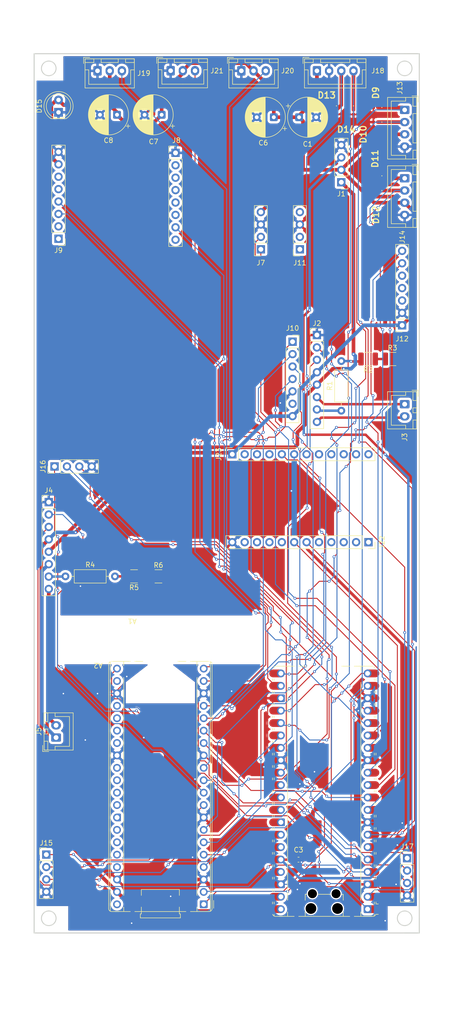
<source format=kicad_pcb>
(kicad_pcb (version 20241229) (generator "pcbnew") (generator_version "9.0")
  (layers (0 "F.Cu" signal) (2 "B.Cu" signal) (13 "F.Paste" user) (15 "B.Paste" user) (5 "F.SilkS" user "F.Silkscreen") (7 "B.SilkS" user "B.Silkscreen") (1 "F.Mask" user) (3 "B.Mask" user) (25 "Edge.Cuts" user))
  (net 0 "")
  (net 1 "LED3")
  (net 2 "GND")
  (net 3 "SDA2")
  (net 4 "LED1")
  (net 5 "SCL2")
  (net 6 "+3.3V")
  (net 7 "CS")
  (net 11 "RST1")
  (net 12 "+5V")
  (net 14 "SCK")
  (net 15 "RST")
  (net 16 "TX1")
  (net 17 "SDA")
  (net 18 "Pico_RX")
  (net 19 "RX1")
  (net 20 "SCL")
  (net 21 "RX")
  (net 23 "TX")
  (net 24 "BIN2")
  (net 25 "AIN2")
  (net 26 "MISO")
  (net 28 "AIN1")
  (net 29 "Pico_TX")
  (net 31 "MOSI")
  (net 34 "BIN1")
  (net 40 "LED5")
  (net 45 "SDA3")
  (net 47 "LED2")
  (net 50 "RX3")
  (net 52 "TX2")
  (net 53 "RX4")
  (net 56 "TX3")
  (net 57 "LED6")
  (net 59 "PWM3")
  (net 60 "2_GP16")
  (net 63 "RX2")
  (net 64 "SCL3")
  (net 66 "PWM2")
  (net 67 "TX4")
  (net 69 "PWM1")
  (net 71 "LED4")
  (net 73 "+24V")
  (net 74 "AOUT2")
  (net 75 "AOUT1")
  (net 76 "Net-(J2-Pin_7)")
  (net 77 "BOUT1")
  (net 78 "Net-(J4-Pin_7)")
  (net 79 "BOUT2")
  (net 97 "Net-(R1-Pad2)")
  (net 98 "Net-(R2-Pad1)")
  (net 99 "Net-(R4-Pad2)")
  (net 100 "Net-(R5-Pad1)")
  (footprint "Resistor_SMD:R_1210_3225Metric" (layer "F.Cu") (at 96 121.5 180)
    (property "Reference" "R5")
    (property "Value" "0.1Ω")
  )
  (footprint "KiCad_UCLAMP3381:UCLAMP3381PTFT" (layer "F.Cu") (at 145.575 25.5 90)
    (property "Reference" "D9")
    (property "Value" "UCLAMP3381P.TFT" (hide yes))
  )
  (footprint "Connector_PinSocket_2.54mm:PinSocket_1x07_P2.54mm_Vertical" (layer "F.Cu") (at 150.975 70.1 180)
    (property "Reference" "J12")
    (property "Value" "Conn_01x07_Pin")
  )
  (footprint "Capacitor_THT:CP_Radial_D8.0mm_P3.50mm" (layer "F.Cu") (at 101.652651 27 180)
    (property "Reference" "C7")
    (property "Value" "100μF")
  )
  (footprint "KiCad_UCLAMP3381:UCLAMP3381PTFT" (layer "F.Cu") (at 145.575 28.5 90)
    (property "Reference" "D10")
    (property "Value" "UCLAMP3381P.TFT" (hide yes))
  )
  (footprint "KiCad_UCLAMP3381:UCLAMP3381PTFT" (layer "F.Cu") (at 141 26.425 180)
    (property "Reference" "D14")
    (property "Value" "UCLAMP3381P.TFT" (hide yes))
  )
  (footprint "Connector_JST:JST_XH_B4B-XH-A_1x04_P2.50mm_Vertical" (layer "F.Cu") (at 151.5 26 -90)
    (property "Reference" "J13")
    (property "Value" "Conn_01x04_Pin")
  )
  (footprint "Resistor_SMD:R_1210_3225Metric" (layer "F.Cu") (at 149 77)
    (property "Reference" "R3")
    (property "Value" "0.1Ω")
  )
  (footprint "Resistor_THT:R_Axial_DIN0207_L6.3mm_D2.5mm_P10.16mm_Horizontal" (layer "F.Cu") (at 138.5 87.58 90)
    (property "Reference" "R1")
    (property "Value" "1.5Ω")
  )
  (footprint "Resistor_THT:R_Axial_DIN0207_L6.3mm_D2.5mm_P10.16mm_Horizontal" (layer "F.Cu") (at 81.92 121.5)
    (property "Reference" "R4")
    (property "Value" "1.5Ω")
  )
  (footprint "Connector_JST:JST_XH_B2B-XH-A_1x02_P2.50mm_Vertical" (layer "F.Cu") (at 80 154.5 90)
    (property "Reference" "J5")
    (property "Value" "Bモーター出力")
  )
  (footprint "Connector_PinSocket_2.54mm:PinSocket_1x04_P2.54mm_Vertical" (layer "F.Cu") (at 122 54.54 180)
    (property "Reference" "J7")
    (property "Value" "Conn_01x04_Pin")
  )
  (footprint "Connector_PinHeader_2.54mm:PinHeader_1x04_P2.54mm_Vertical" (layer "F.Cu") (at 152 179.19)
    (property "Reference" "J17")
    (property "Value" "Conn_01x04_Pin")
  )
  (footprint "KiCad_UCLAMP3381:UCLAMP3381PTFT" (layer "F.Cu") (at 145.575 42.5 90)
    (property "Reference" "D12")
    (property "Value" "UCLAMP3381P.TFT" (hide yes))
  )
  (footprint "Connector_PinHeader_2.54mm:PinHeader_1x08_P2.54mm_Vertical" (layer "F.Cu") (at 133.5 72.09)
    (property "Reference" "J2")
    (property "Value" "Aモータードライバー")
  )
  (footprint "Capacitor_THT:CP_Radial_D8.0mm_P3.50mm" (layer "F.Cu") (at 124.652651 27.5 180)
    (property "Reference" "C6")
    (property "Value" "100μF")
  )
  (footprint "Connector_PinHeader_2.54mm:PinHeader_1x04_P2.54mm_Vertical" (layer "F.Cu") (at 79.69 99 90)
    (property "Reference" "J16")
    (property "Value" "Conn_01x04_Pin")
  )
  (footprint "Capacitor_SMD:C_0603_1608Metric" (layer "F.Cu") (at 129.725 179.5)
    (property "Reference" "C3")
    (property "Value" "0.1μF")
  )
  (footprint "Connector_JST:JST_XH_B3B-XH-A_1x03_P2.50mm_Vertical" (layer "F.Cu") (at 118 18)
    (property "Reference" "J20")
    (property "Value" "サーボ2")
  )
  (footprint "Connector_PinHeader_2.54mm:PinHeader_1x08_P2.54mm_Vertical" (layer "F.Cu") (at 78.5 106.3)
    (property "Reference" "J4")
    (property "Value" "Bモータードライバー")
  )
  (footprint "KiCad_UCLAMP3381:UCLAMP3381PTFT" (layer "F.Cu") (at 145.575 39.5 90)
    (property "Reference" "D11")
    (property "Value" "UCLAMP3381P.TFT" (hide yes))
  )
  (footprint "Connector_JST:JST_XH_B4B-XH-A_1x04_P2.50mm_Vertical" (layer "F.Cu") (at 133.5 18)
    (property "Reference" "J18")
    (property "Value" "Conn_01x04_Pin")
  )
  (footprint "Connector_PinHeader_2.54mm:PinHeader_1x04_P2.54mm_Vertical" (layer "F.Cu") (at 138.5 40.81 180)
    (property "Reference" "J1")
    (property "Value" "Conn_01x04_Pin")
  )
  (footprint "Connector_PinHeader_2.54mm:PinHeader_1x08_P2.54mm_Vertical" (layer "F.Cu") (at 80.5 52.38 180)
    (property "Reference" "J9")
    (property "Value" "Conn_01x08_Pin")
  )
  (footprint "Connector_JST:JST_XH_B3B-XH-A_1x03_P2.50mm_Vertical" (layer "F.Cu") (at 88.5 18)
    (property "Reference" "J19")
    (property "Value" "サーボ1")
  )
  (footprint "raspberrypipicoW:RaspberryPi_PicoW_Common_THT" (layer "F.Cu") (at 110.28 188.64 180)
    (property "Reference" "A2")
    (property "Value" "RaspberryPi_Pico_W")
  )
  (footprint "Connector_PinSocket_2.54mm:PinSocket_1x12_P2.54mm_Vertical" (layer "F.Cu") (at 116.14 96.5 90)
    (property "Reference" "J23")
    (property "Value" "Conn_01x12_Pin")
  )
  (footprint "KiCad_UCLAMP3381:UCLAMP3381PTFT" (layer "F.Cu") (at 137.5 26.425 180)
    (property "Reference" "D13")
    (property "Value" "UCLAMP3381P.TFT" (hide yes))
  )
  (footprint "Connector_PinSocket_2.54mm:PinSocket_1x07_P2.54mm_Vertical" (layer "F.Cu") (at 128.5 73.46)
    (property "Reference" "J10")
    (property "Value" "Conn_01x07_Pin")
  )
  (footprint "Connector_PinHeader_2.54mm:PinHeader_1x04_P2.54mm_Vertical" (layer "F.Cu") (at 78 178.46)
    (property "Reference" "J15")
    (property "Value" "Conn_01x04_Pin")
  )
  (footprint "Connector_JST:JST_XH_B3B-XH-A_1x03_P2.50mm_Vertical" (layer "F.Cu") (at 103.5 17.975)
    (property "Reference" "J21")
    (property "Value" "サーボ3(予備)")
  )
  (footprint "Capacitor_THT:CP_Radial_D8.0mm_P3.50mm" (layer "F.Cu") (at 92.5 27 180)
    (property "Reference" "C8")
    (property "Value" "100μF")
  )
  (footprint "Connector_JST:JST_XH_B2B-XH-A_1x02_P2.50mm_Vertical" (layer "F.Cu") (at 151.5 86.25 -90)
    (property "Reference" "J3")
    (property "Value" "Aモーター出力")
  )
  (footprint "Connector_PinSocket_2.54mm:PinSocket_1x04_P2.54mm_Vertical" (layer "F.Cu") (at 130 54.54 180)
    (property "Reference" "J11")
    (property "Value" "Conn_01x04_Pin")
  )
  (footprint "Connector_JST:JST_XH_B4B-XH-A_1x04_P2.50mm_Vertical" (layer "F.Cu") (at 151.5 40 -90)
    (property "Reference" "J14")
    (property "Value" "Conn_01x04_Pin")
  )
  (footprint "Capacitor_THT:CP_Radial_D8.0mm_P3.50mm" (layer "F.Cu") (at 129.847349 27.5)
    (property "Reference" "C1")
    (property "Value" "100μF")
  )
  (footprint "Connector_PinHeader_2.54mm:PinHeader_1x08_P2.54mm_Vertical" (layer "F.Cu") (at 104.5 34.8)
    (property "Reference" "J8")
    (property "Value" "Conn_01x08_Pin")
  )
  (footprint "Module:RaspberryPi_Pico_Common_Unspecified" (layer "F.Cu") (at 135 165.5 180)
    (property "Reference" "A1")
    (property "Value" "RaspberryPi_Pico")
  )
  (footprint "Connector_PinSocket_2.54mm:PinSocket_1x12_P2.54mm_Vertical" (layer "F.Cu") (at 144.08 114.5 -90)
    (property "Reference" "J22")
    (property "Value" "Conn_01x12_Pin")
  )
  (footprint "Resistor_SMD:R_1210_3225Metric" (layer "F.Cu") (at 144 77 180)
    (property "Reference" "R2")
    (property "Value" "0.1Ω")
  )
  (footprint "LED_THT:LED_D5.0mm" (layer "F.Cu") (at 80.5 26.5 90)
    (property "Reference" "D15")
    (property "Value" "5V抵抗内蔵LED")
  )
  (footprint "Resistor_SMD:R_1210_3225Metric" (layer "F.Cu") (at 101 121.5)
    (property "Reference" "R6")
    (property "Value" "0.1Ω")
  )
  (gr_circle (center 78.500001 17.5) (end 80.000001 17.5) (stroke (width 0.2)) (fill no) (layer "Edge.Cuts"))
  (gr_line (start 154.500002 14.5) (end 154.500001 14.5) (stroke (width 0.2)) (layer "Edge.Cuts"))
  (gr_line (start 154.500002 194.5) (end 154.500001 189) (stroke (width 0.2)) (layer "Edge.Cuts"))
  (gr_line (start 154.500001 189) (end 154.500001 14.5) (stroke (width 0.2)) (layer "Edge.Cuts"))
  (gr_line (start 75.500001 14.5) (end 154.500001 14.5) (stroke (width 0.2)) (layer "Edge.Cuts"))
  (gr_circle (center 78.5 191.5) (end 80 191.5) (stroke (width 0.2)) (fill no) (layer "Edge.Cuts"))
  (gr_line (start 154.500001 17.5) (end 154.500001 14.5) (stroke (width 0.2)) (layer "Edge.Cuts"))
  (gr_line (start 75.500001 14.5) (end 75.500001 189) (stroke (width 0.2)) (layer "Edge.Cuts"))
  (gr_circle (center 151.500002 191.5) (end 153.000002 191.5) (stroke (width 0.2)) (fill no) (layer "Edge.Cuts"))
  (gr_line (start 154.500001 14.5) (end 151.500001 14.5) (stroke (width 0.2)) (layer "Edge.Cuts"))
  (gr_line (start 154.500002 194.5) (end 151.500002 194.5) (stroke (width 0.2)) (layer "Edge.Cuts"))
  (gr_line (start 154.500001 14.5) (end 75.500001 14.5) (stroke (width 0.2)) (layer "Edge.Cuts"))
  (gr_line (start 75.500001 194.5) (end 75.500001 14.5) (stroke (width 0.2)) (layer "Edge.Cuts"))
  (gr_line (start 75.5 194.5) (end 154.500002 194.5) (stroke (width 0.2)) (layer "Edge.Cuts"))
  (gr_line (start 75.500001 189) (end 75.5 194.5) (stroke (width 0.2)) (layer "Edge.Cuts"))
  (gr_circle (center 151.500001 17.5) (end 153.000001 17.5) (stroke (width 0.2)) (fill no) (layer "Edge.Cuts"))
  (gr_line (start 154.500002 191.5) (end 154.500002 194.5) (stroke (width 0.2)) (layer "Edge.Cuts"))
  (gr_line (start 154.500002 194.5) (end 75.500001 194.5) (stroke (width 0.2)) (layer "Edge.Cuts"))
  (gr_line (start 154.500002 14.5) (end 154.500002 194.5) (stroke (width 0.2)) (layer "Edge.Cuts"))
  (segment (start 103 180.519) (end 109.018 174.501) (width 0.2) (layer "F.Cu") (net 1))
  (segment (start 78 183.54) (end 88.702562 183.54) (width 0.2) (layer "F.Cu") (net 1))
  (segment (start 109.018 174.501) (end 113.499 174.501) (width 0.2) (layer "F.Cu") (net 1))
  (segment (start 113.499 174.501) (end 117.5 170.5) (width 0.2) (layer "F.Cu") (net 1))
  (segment (start 88.702562 183.54) (end 88.831281 183.668719) (width 0.2) (layer "F.Cu") (net 1))
  (via (at 103 180.519) (size 0.6) (drill 0.3) (layers "F.Cu" "B.Cu") (net 1))
  (via (at 117.5 170.5) (size 0.6) (drill 0.3) (layers "F.Cu" "B.Cu") (net 1))
  (via (at 88.831281 183.668719) (size 0.6) (drill 0.3) (layers "F.Cu" "B.Cu") (net 1))
  (segment (start 88.831281 183.668719) (end 90.379 182.121) (width 0.2) (layer "B.Cu") (net 1))
  (segment (start 90.379 182.121) (end 101.398 182.121) (width 0.2) (layer "B.Cu") (net 1))
  (segment (start 101.398 182.121) (end 103 180.519) (width 0.2) (layer "B.Cu") (net 1))
  (segment (start 117.5 170.5) (end 117.5 162.68) (width 0.2) (layer "B.Cu") (net 1))
  (segment (start 117.5 162.68) (end 126.11 154.07) (width 0.2) (layer "B.Cu") (net 1))
  (segment (start 130.5 179.5) (end 130.5 179.840416) (width 0.2) (layer "F.Cu") (net 2))
  (segment (start 126.11 159.15) (end 124.76 160.5) (width 0.2) (layer "F.Cu") (net 2))
  (segment (start 130.5 164) (end 131 164.5) (width 0.2) (layer "F.Cu") (net 2))
  (segment (start 130.880121 182.544) (end 130.880121 183.519879) (width 0.2) (layer "F.Cu") (net 2))
  (segment (start 126.11 159.15) (end 125.15 159.15) (width 0.2) (layer "F.Cu") (net 2))
  (segment (start 147.5 186.5) (end 147.5 192) (width 0.2) (layer "F.Cu") (net 2))
  (segment (start 86 148) (end 86 155) (width 0.2) (layer "F.Cu") (net 2))
  (segment (start 111.27 184.55) (end 126.11 184.55) (width 0.75) (layer "F.Cu") (net 2))
  (segment (start 147.5 192) (end 132.722976 192) (width 0.2) (layer "F.Cu") (net 2))
  (segment (start 109.179 146.561) (end 110.28 145.46) (width 0.2) (layer "F.Cu") (net 2))
  (segment (start 132.722976 192) (end 129.5 188.777024) (width 0.2) (layer "F.Cu") (net 2))
  (segment (start 128.289 104) (end 126.64 104) (width 0.2) (layer "F.Cu") (net 2))
  (segment (start 123.409 148.346) (end 125.305 146.45) (width 0.2) (layer "F.Cu") (net 2))
  (segment (start 106.94 183.56) (end 103.5 187) (width 0.75) (layer "F.Cu") (net 2))
  (segment (start 130.880121 183.519879) (end 130 184.4) (width 0.2) (layer "F.Cu") (net 2))
  (segment (start 145.55 184.55) (end 147.5 186.5) (width 0.2) (layer "F.Cu") (net 2))
  (segment (start 110.28 158.16) (end 109.179 157.059) (width 0.2) (layer "F.Cu") (net 2))
  (segment (start 117.45 146.45) (end 116 145) (width 0.2) (layer "F.Cu") (net 2))
  (segment (start 125.15 159.15) (end 123.409 157.409) (width 0.2) (layer "F.Cu") (net 2))
  (segment (start 124.76 160.5) (end 122.614265 160.5) (width 0.2) (layer "F.Cu") (net 2))
  (segment (start 92.5 145.46) (end 92.5 144.817269) (width 0.2) (layer "F.Cu") (net 2))
  (segment (start 126.11 146.45) (end 117.45 146.45) (width 0.2) (layer "F.Cu") (net 2))
  (segment (start 110.28 183.56) (end 111.27 184.55) (width 0.75) (layer "F.Cu") (net 2))
  (segment (start 110.28 183.56) (end 106.94 183.56) (width 0.75) (layer "F.Cu") (net 2))
  (segment (start 108 179) (end 108 182.5) (width 0.2) (layer "F.Cu") (net 2))
  (segment (start 94.5 142.817269) (end 94.5 142) (width 0.2) (layer "F.Cu") (net 2))
  (segment (start 109.179 157.059) (end 109.179 146.561) (width 0.2) (layer "F.Cu") (net 2))
  (segment (start 149.74 184.55) (end 152 186.81) (width 0.2) (layer "F.Cu") (net 2))
  (segment (start 125.305 146.45) (end 126.11 146.45) (width 0.2) (layer "F.Cu") (net 2))
  (segment (start 143.89 184.55) (end 145.55 184.55) (width 0.2) (layer "F.Cu") (net 2))
  (segment (start 108 182.5) (end 106.94 183.56) (width 0.2) (layer "F.Cu") (net 2))
  (segment (start 88.5 145.5) (end 86 148) (width 0.2) (layer "F.Cu") (net 2))
  (segment (start 92.5 144.817269) (end 94.5 142.817269) (width 0.2) (layer "F.Cu") (net 2))
  (segment (start 96.16 154.5) (end 92.5 158.16) (width 0.2) (layer "F.Cu") (net 2))
  (segment (start 130 164) (end 130.5 164) (width 0.2) (layer "F.Cu") (net 2))
  (segment (start 123.409 157.409) (end 123.409 148.346) (width 0.2) (layer "F.Cu") (net 2))
  (segment (start 130.5 179.840416) (end 130.326884 180.013532) (width 0.2) (layer "F.Cu") (net 2))
  (segment (start 143.89 184.55) (end 149.74 184.55) (width 0.2) (layer "F.Cu") (net 2))
  (segment (start 151 173.150057) (end 150 174.150057) (width 0.2) (layer "F.Cu") (net 2))
  (segment (start 98 154.5) (end 96.16 154.5) (width 0.2) (layer "F.Cu") (net 2))
  (segment (start 150 174.150057) (end 150 176.5) (width 0.2) (layer "F.Cu") (net 2))
  (segment (start 126.64 104) (end 116.14 114.5) (width 0.2) (layer "F.Cu") (net 2))
  (segment (start 129.5 188.777024) (end 129.5 185.6) (width 0.2) (layer "F.Cu") (net 2))
  (segment (start 151 172) (end 151 173.150057) (width 0.2) (layer "F.Cu") (net 2))
  (via (at 130 164) (size 0.6) (drill 0.3) (layers "F.Cu" "B.Cu") (net 2))
  (via (at 130.326884 180.013532) (size 0.6) (drill 0.3) (layers "F.Cu" "B.Cu") (net 2))
  (via (at 88.5 145.5) (size 0.6) (drill 0.3) (layers "F.Cu" "B.Cu") (net 2))
  (via (at 98 154.5) (size 0.6) (drill 0.3) (layers "F.Cu" "B.Cu") (net 2))
  (via (at 150 176.5) (size 0.6) (drill 0.3) (layers "F.Cu" "B.Cu") (net 2))
  (via (at 149.74 184.55) (size 0.6) (drill 0.3) (layers "F.Cu" "B.Cu") (net 2))
  (via (at 151 172) (size 0.6) (drill 0.3) (layers "F.Cu" "B.Cu") (net 2))
  (via (at 81.5 145.5) (size 0.6) (drill 0.3) (layers "F.Cu" "B.Cu") (net 2))
  (via (at 130.880121 182.544) (size 0.6) (drill 0.3) (layers "F.Cu" "B.Cu") (net 2))
  (via (at 108.5 163) (size 0.6) (drill 0.3) (layers "F.Cu" "B.Cu") (net 2))
  (via (at 94.5 142) (size 0.6) (drill 0.3) (layers "F.Cu" "B.Cu") (net 2))
  (via (at 129.5 185.6) (size 0.6) (drill 0.3) (layers "F.Cu" "B.Cu") (net 2))
  (via (at 131 164.5) (size 0.6) (drill 0.3) (layers "F.Cu" "B.Cu") (net 2))
  (via (at 142 149) (size 0.6) (drill 0.3) (layers "F.Cu" "B.Cu") (net 2))
  (via (at 86 155) (size 0.6) (drill 0.3) (layers "F.Cu" "B.Cu") (net 2))
  (via (at 128.289 104) (size 0.6) (drill 0.3) (layers "F.Cu" "B.Cu") (net 2))
  (via (at 152 177) (size 0.6) (drill 0.3) (layers "F.Cu" "B.Cu") (net 2))
  (via (at 95.5 192.5) (size 0.6) (drill 0.3) (layers "F.Cu" "B.Cu") (net 2))
  (via (at 122.614265 160.5) (size 0.6) (drill 0.3) (layers "F.Cu" "B.Cu") (net 2))
  (via (at 133 161.5) (size 0.6) (drill 0.3) (layers "F.Cu" "B.Cu") (net 2))
  (via (at 108 179) (size 0.6) (drill 0.3) (layers "F.Cu" "B.Cu") (net 2))
  (via (at 147.5 192) (size 0.6) (drill 0.3) (layers "F.Cu" "B.Cu") (net 2))
  (via (at 85 123.5) (size 0.6) (drill 0.3) (layers "F.Cu" "B.Cu") (net 2))
  (via (at 116 145) (size 0.6) (drill 0.3) (layers "F.Cu" "B.Cu") (net 2))
  (via (at 126 86) (size 0.6) (drill 0.3) (layers "F.Cu" "B.Cu") (net 2))
  (via (at 130 184.4) (size 0.6) (drill 0.3) (layers "F.Cu" "B.Cu") (net 2))
  (via (at 103.5 187) (size 0.6) (drill 0.3) (layers "F.Cu" "B.Cu") (net 2))
  (segment (start 126.5829 159.15) (end 130 162.5671) (width 0.2) (layer "B.Cu") (net 2))
  (segment (start 143.89 146.45) (end 142 148.34) (width 0.2) (layer "B.Cu") (net 2))
  (segment (start 128.5 83.62) (end 126.12 86) (width 0.2) (layer "B.Cu") (net 2))
  (segment (start 130 162.5671) (end 130 164) (width 0.2) (layer "B.Cu") (net 2))
  (segment (start 130.326884 180.013532) (end 130.326884 181.990763) (width 0.2) (layer "B.Cu") (net 2))
  (segment (start 88.54 145.46) (end 88.5 145.5) (width 0.2) (layer "B.Cu") (net 2))
  (segment (start 128.84 103.449) (end 128.289 104) (width 0.2) (layer "B.Cu") (net 2))
  (segment (start 149.74 184.55) (end 149.74 179.26) (width 0.2) (layer "B.Cu") (net 2))
  (segment (start 126.11 159.15) (end 126.5829 159.15) (width 0.2) (layer "B.Cu") (net 2))
  (segment (start 103.5 187) (end 101 187) (width 0.75) (layer "B.Cu") (net 2))
  (segment (start 131.90995 164.5) (end 133 163.40995) (width 0.2) (layer "B.Cu") (net 2))
  (segment (start 94.634 148.399) (end 96.748943 148.399) (width 0.2) (layer "B.Cu") (net 2))
  (segment (start 110.28 170.86) (end 108 173.14) (width 0.2) (layer "B.Cu") (net 2))
  (segment (start 142 148.34) (end 142 149) (width 0.2) (layer "B.Cu") (net 2))
  (segment (start 150.85 171.85) (end 151 172) (width 0.2) (layer "B.Cu") (net 2))
  (segment (start 79.751074 124.103131) (end 80.354205 123.5) (width 0.2) (layer "B.Cu") (net 2))
  (segment (start 92.5 145.46) (end 92.5 146.265) (width 0.2) (layer "B.Cu") (net 2))
  (segment (start 126.12 86) (end 126 86) (width 0.2) (layer "B.Cu") (net 2))
  (segment (start 101 187) (end 95.5 192.5) (width 0.75) (layer "B.Cu") (net 2))
  (segment (start 81.5 145.5) (end 79.751074 143.751074) (width 0.2) (layer "B.Cu") (net 2))
  (segment (start 110.28 158.16) (end 108.5 159.94) (width 0.2) (layer "B.Cu") (net 2))
  (segment (start 143.89 171.85) (end 150.85 171.85) (width 0.2) (layer "B.Cu") (net 2))
  (segment (start 79.751074 143.751074) (end 79.751074 124.103131) (width 0.2) (layer "B.Cu") (net 2))
  (segment (start 98 149.650057) (end 98 154.5) (width 0.2) (layer "B.Cu") (net 2))
  (segment (start 92.5 146.265) (end 94.634 148.399) (width 0.2) (layer "B.Cu") (net 2))
  (segment (start 133 163.40995) (end 133 161.5) (width 0.2) (layer "B.Cu") (net 2))
  (segment (start 129.5 185.6) (end 128.45 184.55) (width 0.2) (layer "B.Cu") (net 2))
  (segment (start 128.84 96.5) (end 128.84 103.449) (width 0.2) (layer "B.Cu") (net 2))
  (segment (start 80.354205 123.5) (end 85 123.5) (width 0.2) (layer "B.Cu") (net 2))
  (segment (start 108.5 159.94) (end 108.5 163) (width 0.2) (layer "B.Cu") (net 2))
  (segment (start 108 173.14) (end 108 179) (width 0.2) (layer "B.Cu") (net 2))
  (segment (start 96.748943 148.399) (end 98 149.650057) (width 0.2) (layer "B.Cu") (net 2))
  (segment (start 131 164.5) (end 131.90995 164.5) (width 0.2) (layer "B.Cu") (net 2))
  (segment (start 92.5 145.46) (end 88.54 145.46) (width 0.2) (layer "B.Cu") (net 2))
  (segment (start 128.45 184.55) (end 126.11 184.55) (width 0.2) (layer "B.Cu") (net 2))
  (segment (start 130.326884 181.990763) (end 130.880121 182.544) (width 0.2) (layer "B.Cu") (net 2))
  (segment (start 149.74 179.26) (end 152 177) (width 0.2) (layer "B.Cu") (net 2))
  (segment (start 143.750707 89.900763) (end 146.030331 92.180388) (width 0.2) (layer "F.Cu") (net 3))
  (segment (start 146.030331 92.180388) (end 146.030331 93.969669) (width 0.2) (layer "F.Cu") (net 3))
  (segment (start 144.599 84.099) (end 145 84.5) (width 0.2) (layer "F.Cu") (net 3))
  (segment (start 144.599 69.401) (end 144.599 84.099) (width 0.2) (layer "F.Cu") (net 3))
  (segment (start 145 69) (end 144.599 69.401) (width 0.2) (layer "F.Cu") (net 3))
  (via (at 145 84.5) (size 0.6) (drill 0.3) (layers "F.Cu" "B.Cu") (net 3))
  (via (at 146.030331 93.969669) (size 0.6) (drill 0.3) (layers "F.Cu" "B.Cu") (net 3))
  (via (at 143.750707 89.900763) (size 0.6) (drill 0.3) (layers "F.Cu" "B.Cu") (net 3))
  (via (at 145 69) (size 0.6) (drill 0.3) (layers "F.Cu" "B.Cu") (net 3))
  (segment (start 145 60.835) (end 145 69) (width 0.2) (layer "B.Cu") (net 3))
  (segment (start 143.750707 89.400764) (end 145 88.151471) (width 0.2) (layer "B.Cu") (net 3))
  (segment (start 150.975 54.86) (end 145 60.835) (width 0.2) (layer "B.Cu") (net 3))
  (segment (start 146.030331 154.469669) (end 143.89 156.61) (width 0.2) (layer "B.Cu") (net 3))
  (segment (start 145 88.151471) (end 145 84.5) (width 0.2) (layer "B.Cu") (net 3))
  (segment (start 143.750707 89.900763) (end 143.750707 89.400764) (width 0.2) (layer "B.Cu") (net 3))
  (segment (start 146.030331 93.969669) (end 146.030331 154.469669) (width 0.2) (layer "B.Cu") (net 3))
  (segment (start 130.5 165.5) (end 134.5 165.5) (width 0.2) (layer "F.Cu") (net 4))
  (segment (start 83.54 178.46) (end 83.581281 178.418719) (width 0.2) (layer "F.Cu") (net 4))
  (segment (start 78 178.46) (end 83.54 178.46) (width 0.2) (layer "F.Cu") (net 4))
  (segment (start 134.5 165.5) (end 135.5 166.5) (width 0.2) (layer "F.Cu") (net 4))
  (via (at 135.5 166.5) (size 0.6) (drill 0.3) (layers "F.Cu" "B.Cu") (net 4))
  (via (at 130.5 165.5) (size 0.6) (drill 0.3) (layers "F.Cu" "B.Cu") (net 4))
  (via (at 83.581281 178.418719) (size 0.6) (drill 0.3) (layers "F.Cu" "B.Cu") (net 4))
  (segment (start 125.15505 165.5) (end 130.5 165.5) (width 0.2) (layer "B.Cu") (net 4))
  (segment (start 110.73605 179.919) (end 125.15505 165.5) (width 0.2) (layer "B.Cu") (net 4))
  (segment (start 83.581281 178.418719) (end 85.081562 179.919) (width 0.2) (layer "B.Cu") (net 4))
  (segment (start 135.5 166.5) (end 135.77 166.77) (width 0.2) (layer "B.Cu") (net 4))
  (segment (start 85.081562 179.919) (end 110.73605 179.919) (width 0.2) (layer "B.Cu") (net 4))
  (segment (start 135.77 166.77) (end 143.89 166.77) (width 0.2) (layer "B.Cu") (net 4))
  (segment (start 148.5 59.875) (end 150.975 57.4) (width 0.2) (layer "F.Cu") (net 5))
  (segment (start 144.50705 154.07) (end 147.41426 151.16279) (width 0.2) (layer "F.Cu") (net 5))
  (segment (start 143.89 154.07) (end 144.50705 154.07) (width 0.2) (layer "F.Cu") (net 5))
  (segment (start 148.5 71) (end 148.5 59.875) (width 0.2) (layer "F.Cu") (net 5))
  (segment (start 147.41426 151.16279) (end 147.41426 142.58574) (width 0.2) (layer "F.Cu") (net 5))
  (via (at 148.5 71) (size 0.6) (drill 0.3) (layers "F.Cu" "B.Cu") (net 5))
  (via (at 147.41426 142.58574) (size 0.6) (drill 0.3) (layers "F.Cu" "B.Cu") (net 5))
  (segment (start 146.899 142.07048) (end 146.899 87.6681) (width 0.2) (layer "B.Cu") (net 5))
  (segment (start 148.5 86.0671) (end 148.5 71) (width 0.2) (layer "B.Cu") (net 5))
  (segment (start 147.41426 142.58574) (end 146.899 142.07048) (width 0.2) (layer "B.Cu") (net 5))
  (segment (start 146.899 87.6681) (end 148.5 86.0671) (width 0.2) (layer "B.Cu") (net 5))
  (segment (start 130.735281 68.264719) (end 130.735281 83.645846) (width 0.5) (layer "F.Cu") (net 6))
  (segment (start 130.735281 83.645846) (end 130.800999 83.711564) (width 0.5) (layer "F.Cu") (net 6))
  (segment (start 143.5 92.5) (end 147.5 96.5) (width 0.5) (layer "F.Cu") (net 6))
  (segment (start 126.14 179.5) (end 126.11 179.47) (width 0.5) (layer "F.Cu") (net 6))
  (segment (start 132 67) (end 130.735281 68.264719) (width 0.5) (layer "F.Cu") (net 6))
  (segment (start 128.95 179.5) (end 126.14 179.5) (width 0.5) (layer "F.Cu") (net 6))
  (segment (start 130.9 92.5) (end 143.5 92.5) (width 0.5) (layer "F.Cu") (net 6))
  (via (at 130.9 92.5) (size 0.6) (drill 0.3) (layers "F.Cu" "B.Cu") (net 6))
  (via (at 147.5 96.5) (size 0.6) (drill 0.3) (layers "F.Cu" "B.Cu") (net 6))
  (via (at 132 67) (size 0.6) (drill 0.3) (layers "F.Cu" "B.Cu") (net 6))
  (via (at 130.800999 83.711564) (size 0.6) (drill 0.3) (layers "F.Cu" "B.Cu") (net 6))
  (segment (start 130.800999 83.711564) (end 130.800999 92.400999) (width 0.5) (layer "B.Cu") (net 6))
  (segment (start 138.5 35.73) (end 132 42.23) (width 0.5) (layer "B.Cu") (net 6))
  (segment (start 147.5 96.5) (end 152.251 101.251) (width 0.5) (layer "B.Cu") (net 6))
  (segment (start 144.410254 183.294) (end 129.934 183.294) (width 0.5) (layer "B.Cu") (net 6))
  (segment (start 129.934 183.294) (end 126.11 179.47) (width 0.5) (layer "B.Cu") (net 6))
  (segment (start 132 42.23) (end 132 67) (width 0.5) (layer "B.Cu") (net 6))
  (segment (start 152.251 101.251) (end 152.251 175.453254) (width 0.5) (layer "B.Cu") (net 6))
  (segment (start 152.251 175.453254) (end 144.410254 183.294) (width 0.5) (layer "B.Cu") (net 6))
  (segment (start 130.800999 92.400999) (end 130.9 92.5) (width 0.5) (layer "B.Cu") (net 6))
  (segment (start 123.409 132.38247) (end 123.409 142.34037) (width 0.2) (layer "F.Cu") (net 7))
  (segment (start 111.90053 91.901946) (end 111.797054 91.901946) (width 0.2) (layer "F.Cu") (net 7))
  (segment (start 124.104265 131.687205) (end 123.409 132.38247) (width 0.2) (layer "F.Cu") (net 7))
  (segment (start 123.622412 93) (end 124.849943 93) (width 0.2) (layer "F.Cu") (net 7))
  (segment (start 124.97863 143.91) (end 126.11 143.91) (width 0.2) (layer "F.Cu") (net 7))
  (segment (start 124 128) (end 123.943736 128) (width 0.2) (layer "F.Cu") (net 7))
  (segment (start 124.849943 93) (end 127 90.849943) (width 0.2) (layer "F.Cu") (net 7))
  (segment (start 120 93.5) (end 121 93.5) (width 0.2) (layer "F.Cu") (net 7))
  (segment (start 114.389 92.899) (end 119.399 92.899) (width 0.2) (layer "F.Cu") (net 7))
  (segment (start 112.9 118) (end 114 118) (width 0.2) (layer "F.Cu") (net 7))
  (segment (start 127 90.849943) (end 127 74.96) (width 0.2) (layer "F.Cu") (net 7))
  (segment (start 111.797054 91.901946) (end 109.5 94.199) (width 0.2) (layer "F.Cu") (net 7))
  (segment (start 123.409 142.34037) (end 124.97863 143.91) (width 0.2) (layer "F.Cu") (net 7))
  (segment (start 123.1 93.522412) (end 123.622412 93) (width 0.2) (layer "F.Cu") (net 7))
  (segment (start 114 118) (end 124 128) (width 0.2) (layer "F.Cu") (net 7))
  (segment (start 119.399 92.899) (end 120 93.5) (width 0.2) (layer "F.Cu") (net 7))
  (segment (start 124.104265 130.895735) (end 124.104265 131.687205) (width 0.2) (layer "F.Cu") (net 7))
  (segment (start 127 74.96) (end 128.5 73.46) (width 0.2) (layer "F.Cu") (net 7))
  (via (at 114.389 92.899) (size 0.6) (drill 0.3) (layers "F.Cu" "B.Cu") (net 7))
  (via (at 121 93.5) (size 0.6) (drill 0.3) (layers "F.Cu" "B.Cu") (net 7))
  (via (at 111.90053 91.901946) (size 0.6) (drill 0.3) (layers "F.Cu" "B.Cu") (net 7))
  (via (at 123.943736 128) (size 0.6) (drill 0.3) (layers "F.Cu" "B.Cu") (net 7))
  (via (at 112.9 118) (size 0.6) (drill 0.3) (layers "F.Cu" "B.Cu") (net 7))
  (via (at 123.1 93.522412) (size 0.6) (drill 0.3) (layers "F.Cu" "B.Cu") (net 7))
  (via (at 124.104265 130.895735) (size 0.6) (drill 0.3) (layers "F.Cu" "B.Cu") (net 7))
  (via (at 109.5 94.199) (size 0.6) (drill 0.3) (layers "F.Cu" "B.Cu") (net 7))
  (segment (start 109.5 94.199) (end 109.5 114.6) (width 0.2) (layer "B.Cu") (net 7))
  (segment (start 123.943736 128) (end 124.104265 128.160529) (width 0.2) (layer "B.Cu") (net 7))
  (segment (start 113.99 92.5) (end 112.498584 92.5) (width 0.2) (layer "B.Cu") (net 7))
  (segment (start 123.1 93.522412) (end 123.077588 93.5) (width 0.2) (layer "B.Cu") (net 7))
  (segment (start 114.389 92.899) (end 113.99 92.5) (width 0.2) (layer "B.Cu") (net 7))
  (segment (start 123.077588 93.5) (end 121 93.5) (width 0.2) (layer "B.Cu") (net 7))
  (segment (start 109.5 114.6) (end 112.9 118) (width 0.2) (layer "B.Cu") (net 7))
  (segment (start 112.498584 92.5) (end 111.90053 91.901946) (width 0.2) (layer "B.Cu") (net 7))
  (segment (start 124.104265 128.160529) (end 124.104265 130.895735) (width 0.2) (layer "B.Cu") (net 7))
  (segment (start 127.216 160.584) (end 126.11 161.69) (width 0.2) (layer "F.Cu") (net 11))
  (segment (start 124.543736 128.456264) (end 124.543736 127.643736) (width 0.2) (layer "F.Cu") (net 11))
  (segment (start 127.216 134.00747) (end 127.216 160.584) (width 0.2) (layer "F.Cu") (net 11))
  (segment (start 112.50053 78.88847) (end 112.50053 94.199) (width 0.2) (layer "F.Cu") (net 11))
  (segment (start 114.389 77) (end 112.50053 78.88847) (width 0.2) (layer "F.Cu") (net 11))
  (segment (start 126 129.912528) (end 124.543736 128.456264) (width 0.2) (layer "F.Cu") (net 11))
  (segment (start 124.543736 127.643736) (end 112.9 116) (width 0.2) (layer "F.Cu") (net 11))
  (segment (start 126.104265 132.895735) (end 127.216 134.00747) (width 0.2) (layer "F.Cu") (net 11))
  (via (at 126 129.912528) (size 0.6) (drill 0.3) (layers "F.Cu" "B.Cu") (net 11))
  (via (at 114.389 77) (size 0.6) (drill 0.3) (layers "F.Cu" "B.Cu") (net 11))
  (via (at 112.9 116) (size 0.6) (drill 0.3) (layers "F.Cu" "B.Cu") (net 11))
  (via (at 112.50053 94.199) (size 0.6) (drill 0.3) (layers "F.Cu" "B.Cu") (net 11))
  (via (at 126.104265 132.895735) (size 0.6) (drill 0.3) (layers "F.Cu" "B.Cu") (net 11))
  (segment (start 126.104265 130.104265) (end 126 130) (width 0.2) (layer "B.Cu") (net 11))
  (segment (start 126.104265 132.895735) (end 126.104265 130.104265) (width 0.2) (layer "B.Cu") (net 11))
  (segment (start 114.389 59.929) (end 114.389 77) (width 0.2) (layer "B.Cu") (net 11))
  (segment (start 112.50053 94.199) (end 112.50053 115.60053) (width 0.2) (layer "B.Cu") (net 11))
  (segment (start 112.50053 115.60053) (end 112.9 116) (width 0.2) (layer "B.Cu") (net 11))
  (segment (start 104.5 50.04) (end 114.389 59.929) (width 0.2) (layer "B.Cu") (net 11))
  (segment (start 126 130) (end 126 129.912528) (width 0.2) (layer "B.Cu") (net 11))
  (segment (start 118.924 16.424) (end 107.551 16.424) (width 0.75) (layer "F.Cu") (net 12))
  (segment (start 124.652651 27.5) (end 124.652651 22.152651) (width 0.75) (layer "F.Cu") (net 12))
  (segment (start 151.5 45) (end 153.5 47) (width 0.75) (layer "F.Cu") (net 12))
  (segment (start 124.652651 22.152651) (end 120.5 18) (width 0.75) (layer "F.Cu") (net 12))
  (segment (start 129.847349 27.5) (end 129.847349 27.152651) (width 0.75) (layer "F.Cu") (net 12))
  (segment (start 117.784 190.016) (end 120.71 187.09) (width 0.75) (layer "F.Cu") (net 12))
  (segment (start 101.652651 27) (end 100.276651 28.376) (width 0.75) (layer "F.Cu") (net 12))
  (segment (start 130.65 38.27) (end 122 46.92) (width 0.75) (layer "F.Cu") (net 12))
  (segment (start 96.416 190.016) (end 117.784 190.016) (width 0.75) (layer "F.Cu") (net 12))
  (segment (start 116.14 96.5) (end 115.83 96.19) (width 0.75) (layer "F.Cu") (net 12))
  (segment (start 80.5 23.96) (end 80.088 23.96) (width 0.75) (layer "F.Cu") (net 12))
  (segment (start 130.65 28.302651) (end 129.847349 27.5) (width 0.75) (layer "F.Cu") (net 12))
  (segment (start 91 25) (end 91 18) (width 0.75) (layer "F.Cu") (net 12))
  (segment (start 79.024 35.664) (end 80.5 37.14) (width 0.75) (layer "F.Cu") (net 12))
  (segment (start 100.276651 28.376) (end 93.876 28.376) (width 0.75) (layer "F.Cu") (net 12))
  (segment (start 92.5 27) (end 92.5 26.5) (width 0.75) (layer "F.Cu") (net 12))
  (segment (start 130.65 38.27) (end 130.65 28.302651) (width 0.75) (layer "F.Cu") (net 12))
  (segment (start 129.847349 27.152651) (end 133.5 23.5) (width 0.75) (layer "F.Cu") (net 12))
  (segment (start 153.5 67.575) (end 150.975 70.1) (width 0.75) (layer "F.Cu") (net 12))
  (segment (start 91 25) (end 81.54 25) (width 0.75) (layer "F.Cu") (net 12))
  (segment (start 92.5 26.5) (end 91 25) (width 0.75) (layer "F.Cu") (net 12))
  (segment (start 138.5 38.27) (end 145.23 45) (width 0.75) (layer "F.Cu") (net 12))
  (segment (start 153.5 47) (end 153.5 67.575) (width 0.75) (layer "F.Cu") (net 12))
  (segment (start 76.966 115.454) (end 76.966 170.566) (width 0.75) (layer "F.Cu") (net 12))
  (segment (start 138.5 38.27) (end 130.65 38.27) (width 0.75) (layer "F.Cu") (net 12))
  (segment (start 145.77 31) (end 151.5 31) (width 0.75) (layer "F.Cu") (net 12))
  (segment (start 100.31 96.19) (end 84 112.5) (width 0.75) (layer "F.Cu") (net 12))
  (segment (start 107.551 16.424) (end 106 17.975) (width 0.75) (layer "F.Cu") (net 12))
  (segment (start 76.966 170.566) (end 92.5 186.1) (width 0.75) (layer "F.Cu") (net 12))
  (segment (start 79.024 25.024) (end 79.024 35.664) (width 0.75) (layer "F.Cu") (net 12))
  (segment (start 78.5 113.92) (end 76.966 115.454) (width 0.75) (layer "F.Cu") (net 12))
  (segment (start 120.5 18) (end 118.924 16.424) (width 0.75) (layer "F.Cu") (net 12))
  (segment (start 80.088 23.96) (end 79.024 25.024) (width 0.75) (layer "F.Cu") (net 12))
  (segment (start 106 18.5) (end 101.652651 22.847349) (width 0.75) (layer "F.Cu") (net 12))
  (segment (start 115.83 96.19) (end 100.31 96.19) (width 0.75) (layer "F.Cu") (net 12))
  (segment (start 81.54 25) (end 80.5 23.96) (width 0.75) (layer "F.Cu") (net 12))
  (segment (start 101.652651 22.847349) (end 101.652651 27) (width 0.75) (layer "F.Cu") (net 12))
  (segment (start 93.876 28.376) (end 92.5 27) (width 0.75) (layer "F.Cu") (net 12))
  (segment (start 106 17.975) (end 106 18.5) (width 0.75) (layer "F.Cu") (net 12))
  (segment (start 120.71 187.09) (end 126.11 187.09) (width 0.75) (layer "F.Cu") (net 12))
  (segment (start 145.23 45) (end 151.5 45) (width 0.75) (layer "F.Cu") (net 12))
  (segment (start 138.5 38.27) (end 145.77 31) (width 0.75) (layer "F.Cu") (net 12))
  (segment (start 92.5 186.1) (end 96.416 190.016) (width 0.75) (layer "F.Cu") (net 12))
  (segment (start 129.847349 27.5) (end 124.652651 27.5) (width 0.75) (layer "F.Cu") (net 12))
  (segment (start 133.5 23.5) (end 133.5 18) (width 0.75) (layer "F.Cu") (net 12))
  (via (at 84 112.5) (size 0.6) (drill 0.3) (layers "F.Cu" "B.Cu") (net 12))
  (segment (start 150.975 70.1) (end 143.11 70.1) (width 0.75) (layer "B.Cu") (net 12))
  (segment (start 129.926 83.284) (end 129.926 87.274) (width 0.75) (layer "B.Cu") (net 12))
  (segment (start 133.5 79.71) (end 129.926 83.284) (width 0.75) (layer "B.Cu") (net 12))
  (segment (start 143.11 70.1) (end 133.5 79.71) (width 0.75) (layer "B.Cu") (net 12))
  (segment (start 123.94 88.7) (end 116.14 96.5) (width 0.75) (layer "B.Cu") (net 12))
  (segment (start 84 112.5) (end 79.92 112.5) (width 0.75) (layer "B.Cu") (net 12))
  (segment (start 128.5 88.7) (end 123.94 88.7) (width 0.75) (layer "B.Cu") (net 12))
  (segment (start 129.926 87.274) (end 128.5 88.7) (width 0.75) (layer "B.Cu") (net 12))
  (segment (start 79.92 112.5) (end 78.5 113.92) (width 0.75) (layer "B.Cu") (net 12))
  (segment (start 135.004265 143.655738) (end 133.161262 143.655738) (width 0.2) (layer "F.Cu") (net 14))
  (segment (start 130.50776 94) (end 132.531 96.02324) (width 0.2) (layer "F.Cu") (net 14))
  (segment (start 127.5 127) (end 136.5 136) (width 0.2) (layer "F.Cu") (net 14))
  (segment (start 131.5 107.5) (end 127.5 111.5) (width 0.2) (layer "F.Cu") (net 14))
  (segment (start 127.5 111.5) (end 127.5 127) (width 0.2) (layer "F.Cu") (net 14))
  (segment (start 125 89.737252) (end 126.131374 90.868626) (width 0.2) (layer "F.Cu") (net 14))
  (segment (start 132.531 97.969) (end 132.03953 98.46047) (width 0.2) (layer "F.Cu") (net 14))
  (segment (start 130.5 94) (end 130.50776 94) (width 0.2) (layer "F.Cu") (net 14))
  (segment (start 133.161262 143.655738) (end 127.817 149) (width 0.2) (layer "F.Cu") (net 14))
  (segment (start 125 87.5) (end 125 89.737252) (width 0.2) (layer "F.Cu") (net 14))
  (segment (start 132.531 96.02324) (end 132.531 97.969) (width 0.2) (layer "F.Cu") (net 14))
  (via (at 125 87.5) (size 0.6) (drill 0.3) (layers "F.Cu" "B.Cu") (net 14))
  (via (at 127.817 149) (size 0.6) (drill 0.3) (layers "F.Cu" "B.Cu") (net 14))
  (via (at 130.5 94) (size 0.6) (drill 0.3) (layers "F.Cu" "B.Cu") (net 14))
  (via (at 136.5 136) (size 0.6) (drill 0.3) (layers "F.Cu" "B.Cu") (net 14))
  (via (at 131.5 107.5) (size 0.6) (drill 0.3) (layers "F.Cu" "B.Cu") (net 14))
  (via (at 126.131374 90.868626) (size 0.6) (drill 0.3) (layers "F.Cu" "B.Cu") (net 14))
  (via (at 135.004265 143.655738) (size 0.6) (drill 0.3) (layers "F.Cu" "B.Cu") (net 14))
  (via (at 132.03953 98.46047) (size 0.6) (drill 0.3) (layers "F.Cu" "B.Cu") (net 14))
  (segment (start 127.817 149) (end 126.12 149) (width 0.2) (layer "B.Cu") (net 14))
  (segment (start 132.03953 98.46047) (end 131.5 99) (width 0.2) (layer "B.Cu") (net 14))
  (segment (start 131.5 99) (end 131.5 107.5) (width 0.2) (layer "B.Cu") (net 14))
  (segment (start 136.601 136.101) (end 136.5 136) (width 0.2) (layer "B.Cu") (net 14))
  (segment (start 126.131374 90.868626) (end 127.668623 90.868626) (width 0.2) (layer "B.Cu") (net 14))
  (segment (start 136.601 142.399) (end 136 143) (width 0.2) (layer "B.Cu") (net 14))
  (segment (start 130.5 93.700003) (end 130.5 94) (width 0.2) (layer "B.Cu") (net 14))
  (segment (start 136.601 136.101) (end 136.601 142.399) (width 0.2) (layer "B.Cu") (net 14))
  (segment (start 125 84.58) (end 125 87.5) (width 0.2) (layer "B.Cu") (net 14))
  (segment (start 128.5 81.08) (end 125 84.58) (width 0.2) (layer "B.Cu") (net 14))
  (segment (start 127.668623 90.868626) (end 130.5 93.700003) (width 0.2) (layer "B.Cu") (net 14))
  (segment (start 136 143) (end 135.344262 143.655738) (width 0.2) (layer "B.Cu") (net 14))
  (segment (start 135.344262 143.655738) (end 135.004265 143.655738) (width 0.2) (layer "B.Cu") (net 14))
  (segment (start 126.12 149) (end 126.11 148.99) (width 0.2) (layer "B.Cu") (net 14))
  (segment (start 151.5 119.618) (end 151.5 133) (width 0.2) (layer "F.Cu") (net 15))
  (segment (start 127.451 97.651) (end 129.533 97.651) (width 0.2) (layer "F.Cu") (net 15))
  (segment (start 126.3 96.5) (end 127.451 97.651) (width 0.2) (layer "F.Cu") (net 15))
  (segment (start 129.533 97.651) (end 151.5 119.618) (width 0.2) (layer "F.Cu") (net 15))
  (via (at 151.5 133) (size 0.6) (drill 0.3) (layers "F.Cu" "B.Cu") (net 15))
  (segment (start 151.5 161.7) (end 143.89 169.31) (width 0.2) (layer "B.Cu") (net 15))
  (segment (start 151.5 133) (end 151.5 161.7) (width 0.2) (layer "B.Cu") (net 15))
  (segment (start 122.5 93.349943) (end 122.399 93.248943) (width 0.2) (layer "F.Cu") (net 16))
  (segment (start 122.399 93.248943) (end 122.399 92.899) (width 0.2) (layer "F.Cu") (net 16))
  (segment (start 122.399 92.899) (end 121.5 92) (width 0.2) (layer "F.Cu") (net 16))
  (segment (start 122.5 94.199) (end 122.5 93.349943) (width 0.2) (layer "F.Cu") (net 16))
  (segment (start 121.5 92) (end 114.389 92) (width 0.2) (layer "F.Cu") (net 16))
  (via (at 122.5 94.199) (size 0.6) (drill 0.3) (layers "F.Cu" "B.Cu") (net 16))
  (via (at 114.389 92) (size 0.6) (drill 0.3) (layers "F.Cu" "B.Cu") (net 16))
  (segment (start 114.389 78.649) (end 114.389 92) (width 0.2) (layer "B.Cu") (net 16))
  (segment (start 122.607936 128.998) (end 122.902 129.292064) (width 0.2) (layer "B.Cu") (net 16))
  (segment (start 126.352057 134.5) (end 127.576792 135.724735) (width 0.2) (layer "B.Cu") (net 16))
  (segment (start 122.902 132.402) (end 125 134.5) (width 0.2) (layer "B.Cu") (net 16))
  (segment (start 136.899 146.399) (end 137.899 146.399) (width 0.2) (layer "B.Cu") (net 16))
  (segment (start 122.902 129.292064) (end 122.902 132.402) (width 0.2) (layer "B.Cu") (net 16))
  (segment (start 122.5 128.911482) (end 122.586518 128.998) (width 0.2) (layer "B.Cu") (net 16))
  (segment (start 129.100843 136.7509) (end 129.112316 136.7509) (width 0.2) (layer "B.Cu") (net 16))
  (segment (start 130 139.5) (end 136.899 146.399) (width 0.2) (layer "B.Cu") (net 16))
  (segment (start 122.586518 128.998) (end 122.607936 128.998) (width 0.2) (layer "B.Cu") (net 16))
  (segment (start 128.074678 135.724735) (end 129.100843 136.7509) (width 0.2) (layer "B.Cu") (net 16))
  (segment (start 143.03 151.53) (end 143.89 151.53) (width 0.2) (layer "B.Cu") (net 16))
  (segment (start 80.5 44.76) (end 114.389 78.649) (width 0.2) (layer "B.Cu") (net 16))
  (segment (start 137.899 146.399) (end 143.03 151.53) (width 0.2) (layer "B.Cu") (net 16))
  (segment (start 122.5 94.199) (end 122.5 128.911482) (width 0.2) (layer "B.Cu") (net 16))
  (segment (start 127.576792 135.724735) (end 128.074678 135.724735) (width 0.2) (layer "B.Cu") (net 16))
  (segment (start 130.012473 138.148943) (end 130 138.161416) (width 0.2) (layer "B.Cu") (net 16))
  (segment (start 130.012473 137.651057) (end 130.012473 138.148943) (width 0.2) (layer "B.Cu") (net 16))
  (segment (start 130 138.161416) (end 130 139.5) (width 0.2) (layer "B.Cu") (net 16))
  (segment (start 125 134.5) (end 126.352057 134.5) (width 0.2) (layer "B.Cu") (net 16))
  (segment (start 129.112316 136.7509) (end 130.012473 137.651057) (width 0.2) (layer "B.Cu") (net 16))
  (segment (start 149.5 143.82295) (end 149.5 161) (width 0.2) (layer "F.Cu") (net 17))
  (segment (start 133.17705 127.5) (end 149.5 143.82295) (width 0.2) (layer "F.Cu") (net 17))
  (segment (start 146.27 164.23) (end 143.89 164.23) (width 0.2) (layer "F.Cu") (net 17))
  (segment (start 129.391 127.5) (end 133.17705 127.5) (width 0.2) (layer "F.Cu") (net 17))
  (segment (start 120.849 53.151) (end 120.849 87.849) (width 0.2) (layer "F.Cu") (net 17))
  (segment (start 149.5 161) (end 146.27 164.23) (width 0.2) (layer "F.Cu") (net 17))
  (segment (start 120.849 87.849) (end 125 92) (width 0.2) (layer "F.Cu") (net 17))
  (segment (start 122 52) (end 120.849 53.151) (width 0.2) (layer "F.Cu") (net 17))
  (via (at 129.391 127.5) (size 0.6) (drill 0.3) (layers "F.Cu" "B.Cu") (net 17))
  (via (at 125 92) (size 0.6) (drill 0.3) (layers "F.Cu" "B.Cu") (net 17))
  (segment (start 125 123.109) (end 129.391 127.5) (width 0.2) (layer "B.Cu") (net 17))
  (segment (start 125 92) (end 125 123.109) (width 0.2) (layer "B.Cu") (net 17))
  (segment (start 143.89 141.37) (end 142.63 141.37) (width 0.2) (layer "F.Cu") (net 18))
  (segment (start 142.63 141.37) (end 140.043736 143.956264) (width 0.2) (layer "F.Cu") (net 18))
  (segment (start 138.604265 145.395735) (end 137.049 146.951) (width 0.2) (layer "F.Cu") (net 18))
  (segment (start 137.049 146.951) (end 137.049 147) (width 0.2) (layer "F.Cu") (net 18))
  (via (at 137.049 147) (size 0.6) (drill 0.3) (layers "F.Cu" "B.Cu") (net 18))
  (via (at 138.604265 145.395735) (size 0.6) (drill 0.3) (layers "F.Cu" "B.Cu") (net 18))
  (via (at 140.043736 143.956264) (size 0.6) (drill 0.3) (layers "F.Cu" "B.Cu") (net 18))
  (segment (start 137.049 147) (end 136.5 147.549) (width 0.2) (layer "B.Cu") (net 18))
  (segment (start 140.043736 143.956264) (end 138.604265 145.395735) (width 0.2) (layer "B.Cu") (net 18))
  (segment (start 120.556 170.744) (end 110.28 181.02) (width 0.2) (layer "B.Cu") (net 18))
  (segment (start 136.5 160.47705) (end 126.23305 170.744) (width 0.2) (layer "B.Cu") (net 18))
  (segment (start 136.5 147.549) (end 136.5 160.47705) (width 0.2) (layer "B.Cu") (net 18))
  (segment (start 126.23305 170.744) (end 120.556 170.744) (width 0.2) (layer "B.Cu") (net 18))
  (segment (start 123.303 127.8701) (end 123.303 128.803) (width 0.2) (layer "F.Cu") (net 19))
  (segment (start 113.601 119.399) (end 114.637943 119.399) (width 0.2) (layer "F.Cu") (net 19))
  (segment (start 114.99 119.751057) (end 115.183957 119.751057) (width 0.2) (layer "F.Cu") (net 19))
  (segment (start 140.399 145.899) (end 140.399 145.974029) (width 0.2) (layer "F.Cu") (net 19))
  (segment (start 143.49 148.99) (end 143.89 148.99) (width 0.2) (layer "F.Cu") (net 19))
  (segment (start 113.5 91) (end 113.5 90.5) (width 0.2) (layer "F.Cu") (net 19))
  (segment (start 140.399 145.974029) (end 141.025971 146.601) (width 0.2) (layer "F.Cu") (net 19))
  (segment (start 141.101 146.601) (end 143.49 148.99) (width 0.2) (layer "F.Cu") (net 19))
  (segment (start 113.5 119.5) (end 113.601 119.399) (width 0.2) (layer "F.Cu") (net 19))
  (segment (start 113.5 90.5) (end 113.5 93.1) (width 0.2) (layer "F.Cu") (net 19))
  (segment (start 123.303 128.803) (end 140.399 145.899) (width 0.2) (layer "F.Cu") (net 19))
  (segment (start 115.183957 119.751057) (end 123.303 127.8701) (width 0.2) (layer "F.Cu") (net 19))
  (segment (start 114.637943 119.399) (end 114.99 119.751057) (width 0.2) (layer "F.Cu") (net 19))
  (segment (start 141.025971 146.601) (end 141.101 146.601) (width 0.2) (layer "F.Cu") (net 19))
  (via (at 113.5 119.5) (size 0.6) (drill 0.3) (layers "F.Cu" "B.Cu") (net 19))
  (via (at 113.5 93.1) (size 0.6) (drill 0.3) (layers "F.Cu" "B.Cu") (net 19))
  (via (at 113.5 91) (size 0.6) (drill 0.3) (layers "F.Cu" "B.Cu") (net 19))
  (segment (start 80.5 47.3) (end 82.3 47.3) (width 0.2) (layer "B.Cu") (net 19))
  (segment (start 113.5 94.349943) (end 113.5 94.5) (width 0.2) (layer "B.Cu") (net 19))
  (segment (start 99.253651 64.253651) (end 113.5 78.5) (width 0.2) (layer "B.Cu") (net 19))
  (segment (start 113.399 94.399) (end 113.5 94.5) (width 0.2) (layer "B.Cu") (net 19))
  (segment (start 113.399 93.201) (end 113.399 94.399) (width 0.2) (layer "B.Cu") (net 19))
  (segment (start 113.5 78.5) (end 113.5 91) (width 0.2) (layer "B.Cu") (net 19))
  (segment (start 113.5 94.5) (end 113.5 119.5) (width 0.2) (layer "B.Cu") (net 19))
  (segment (start 113.5 93.1) (end 113.399 93.201) (width 0.2) (layer "B.Cu") (net 19))
  (segment (start 82.3 47.3) (end 99.253651 64.253651) (width 0.2) (layer "B.Cu") (net 19))
  (segment (start 122 87.868626) (end 125.565687 91.434313) (width 0.2) (layer "F.Cu") (net 20))
  (segment (start 129 126) (end 133.5 126) (width 0.2) (layer "F.Cu") (net 20))
  (segment (start 122 54.54) (end 122 87.868626) (width 0.2) (layer "F.Cu") (net 20))
  (segment (start 133.5 126) (end 148.5 141) (width 0.2) (layer "F.Cu") (net 20))
  (via (at 148.5 141) (size 0.6) (drill 0.3) (layers "F.Cu" "B.Cu") (net 20))
  (via (at 129 126) (size 0.6) (drill 0.3) (layers "F.Cu" "B.Cu") (net 20))
  (via (at 125.565687 91.434313) (size 0.6) (drill 0.3) (layers "F.Cu" "B.Cu") (net 20))
  (segment (start 127.689 124.689) (end 129 126) (width 0.2) (layer "B.Cu") (net 20))
  (segment (start 148.5 141) (end 148.5 157.08) (width 0.2) (layer "B.Cu") (net 20))
  (segment (start 125.565687 91.434313) (end 127.689 93.557626) (width 0.2) (layer "B.Cu") (net 20))
  (segment (start 127.689 93.557626) (end 127.689 124.689) (width 0.2) (layer "B.Cu") (net 20))
  (segment (start 148.5 157.08) (end 143.89 161.69) (width 0.2) (layer "B.Cu") (net 20))
  (segment (start 131.38 114.5) (end 153.5 136.62) (width 0.2) (layer "F.Cu") (net 21))
  (segment (start 153.5 171.5) (end 151 174) (width 0.2) (layer "F.Cu") (net 21))
  (segment (start 153.5 136.62) (end 153.5 171.5) (width 0.2) (layer "F.Cu") (net 21))
  (via (at 151 174) (size 0.6) (drill 0.3) (layers "F.Cu" "B.Cu") (net 21))
  (segment (start 150.61 174.39) (end 143.89 174.39) (width 0.2) (layer "B.Cu") (net 21))
  (segment (start 151 174) (end 150.61 174.39) (width 0.2) (layer "B.Cu") (net 21))
  (segment (start 150 173.5) (end 146.57 176.93) (width 0.2) (layer "F.Cu") (net 23))
  (segment (start 146.57 176.93) (end 143.89 176.93) (width 0.2) (layer "F.Cu") (net 23))
  (segment (start 150 135.66) (end 150 173.5) (width 0.2) (layer "F.Cu") (net 23))
  (segment (start 128.84 114.5) (end 150 135.66) (width 0.2) (layer "F.Cu") (net 23))
  (segment (start 81 140) (end 80.757164 140) (width 0.2) (layer "F.Cu") (net 24))
  (segment (start 80.757164 140) (end 80.299 139.541836) (width 0.2) (layer "F.Cu") (net 24))
  (segment (start 117.66594 168.50179) (end 111.381 162.21685) (width 0.2) (layer "F.Cu") (net 24))
  (segment (start 106.766 159.266) (end 96.5 149) (width 0.2) (layer "F.Cu") (net 24))
  (segment (start 131.557818 169.467185) (end 129.361633 167.271) (width 0.2) (layer "F.Cu") (net 24))
  (segment (start 80.299 139.541836) (end 80.299 125.253677) (width 0.2) (layer "F.Cu") (net 24))
  (segment (start 111.381 160.147) (end 110.5 159.266) (width 0.2) (layer "F.Cu") (net 24))
  (segment (start 80.299 125.253677) (end 85.5 120.052677) (width 0.2) (layer "F.Cu") (net 24))
  (segment (start 111.381 162.21685) (end 111.381 160.147) (width 0.2) (layer "F.Cu") (net 24))
  (segment (start 123.00179 168.50179) (end 117.66594 168.50179) (width 0.2) (layer "F.Cu") (net 24))
  (segment (start 85.5 120.052677) (end 85.5 113) (width 0.2) (layer "F.Cu") (net 24))
  (segment (start 129.361633 167.271) (end 128 167.271) (width 0.2) (layer "F.Cu") (net 24))
  (segment (start 110.5 159.266) (end 106.766 159.266) (width 0.2) (layer "F.Cu") (net 24))
  (via (at 81 140) (size 0.6) (drill 0.3) (layers "F.Cu" "B.Cu") (net 24))
  (via (at 128 167.271) (size 0.6) (drill 0.3) (layers "F.Cu" "B.Cu") (net 24))
  (via (at 123.00179 168.50179) (size 0.6) (drill 0.3) (layers "F.Cu" "B.Cu") (net 24))
  (via (at 96.5 149) (size 0.6) (drill 0.3) (layers "F.Cu" "B.Cu") (net 24))
  (via (at 85.5 113) (size 0.6) (drill 0.3) (layers "F.Cu" "B.Cu") (net 24))
  (via (at 131.557818 169.467185) (size 0.6) (drill 0.3) (layers "F.Cu" "B.Cu") (net 24))
  (segment (start 85.5 113) (end 81.34 108.84) (width 0.2) (layer "B.Cu") (net 24))
  (segment (start 81.5 140.5) (end 81 140) (width 0.2) (layer "B.Cu") (net 24))
  (segment (start 128 167.271) (end 127.062 168.209) (width 0.2) (layer "B.Cu") (net 24))
  (segment (start 141.655726 177.235726) (end 139.326359 177.235726) (width 0.2) (layer "B.Cu") (net 24))
  (segment (start 96.5 149) (end 96.399 149.101) (width 0.2) (layer "B.Cu") (net 24))
  (segment (start 123.29458 168.209) (end 123.00179 168.50179) (width 0.2) (layer "B.Cu") (net 24))
  (segment (start 139.326359 177.235726) (end 131.557818 169.467185) (width 0.2) (layer "B.Cu") (net 24))
  (segment (start 143.89 179.47) (end 141.655726 177.235726) (width 0.2) (layer "B.Cu") (net 24))
  (segment (start 81.34 108.84) (end 78.5 108.84) (width 0.2) (layer "B.Cu") (net 24))
  (segment (start 127.062 168.209) (end 123.29458 168.209) (width 0.2) (layer "B.Cu") (net 24))
  (segment (start 90.101 149.101) (end 81.5 140.5) (width 0.2) (layer "B.Cu") (net 24))
  (segment (start 96.399 149.101) (end 90.101 149.101) (width 0.2) (layer "B.Cu") (net 24))
  (segment (start 135.5 76.5) (end 135.5 79) (width 0.2) (layer "F.Cu") (net 25))
  (segment (start 153 103.5) (end 143.5 94) (width 0.2) (layer "F.Cu") (net 25))
  (segment (start 133.5 74.63) (end 133.63 74.63) (width 0.2) (layer "F.Cu") (net 25))
  (segment (start 137.5 80.5) (end 138.049528 79.950472) (width 0.2) (layer "F.Cu") (net 25))
  (segment (start 153.114265 135.385735) (end 153 135.27147) (width 0.2) (layer "F.Cu") (net 25))
  (segment (start 143.5 94) (end 142.189 94) (width 0.2) (layer "F.Cu") (net 25))
  (segment (start 133.63 74.63) (end 135.5 76.5) (width 0.2) (layer "F.Cu") (net 25))
  (segment (start 153 135.27147) (end 153 103.5) (width 0.2) (layer "F.Cu") (net 25))
  (segment (start 138.049528 79.950472) (end 139.299 79.950472) (width 0.2) (layer "F.Cu") (net 25))
  (via (at 142.189 94) (size 0.6) (drill 0.3) (layers "F.Cu" "B.Cu") (net 25))
  (via (at 135.5 79) (size 0.6) (drill 0.3) (layers "F.Cu" "B.Cu") (net 25))
  (via (at 139.299 79.950472) (size 0.6) (drill 0.3) (layers "F.Cu" "B.Cu") (net 25))
  (via (at 153.114265 135.385735) (size 0.6) (drill 0.3) (layers "F.Cu" "B.Cu") (net 25))
  (via (at 137.5 80.5) (size 0.6) (drill 0.3) (layers "F.Cu" "B.Cu") (net 25))
  (segment (start 153.151 177.151) (end 153.151 184.849) (width 0.2) (layer "B.Cu") (net 25))
  (segment (start 145.321 185.659) (end 143.89 187.09) (width 0.2) (layer "B.Cu") (net 25))
  (segment (start 153 136.671476) (end 153 177) (width 0.2) (layer "B.Cu") (net 25))
  (segment (start 135.5 79) (end 137 80.5) (width 0.2) (layer "B.Cu") (net 25))
  (segment (start 153 177) (end 153.151 177.151) (width 0.2) (layer "B.Cu") (net 25))
  (segment (start 153.114265 135.385735) (end 153.114265 136.557211) (width 0.2) (layer "B.Cu") (net 25))
  (segment (start 152.341 185.659) (end 145.321 185.659) (width 0.2) (layer "B.Cu") (net 25))
  (segment (start 142.189 82.840472) (end 142.189 94) (width 0.2) (layer "B.Cu") (net 25))
  (segment (start 139.299 79.950472) (end 142.189 82.840472) (width 0.2) (layer "B.Cu") (net 25))
  (segment (start 137 80.5) (end 137.5 80.5) (width 0.2) (layer "B.Cu") (net 25))
  (segment (start 153.114265 136.557211) (end 153 136.671476) (width 0.2) (layer "B.Cu") (net 25))
  (segment (start 153.151 184.849) (end 152.341 185.659) (width 0.2) (layer "B.Cu") (net 25))
  (segment (start 134.5 112.5) (end 135.071 113.071) (width 0.2) (layer "F.Cu") (net 26))
  (segment (start 135.071 113.071) (end 135.071 116.618472) (width 0.2) (layer "F.Cu") (net 26))
  (segment (start 129.951855 95.451855) (end 130 95.5) (width 0.2) (layer "F.Cu") (net 26))
  (segment (start 131.174265 139.825735) (end 129.5 141.5) (width 0.2) (layer "F.Cu") (net 26))
  (segment (start 128.625 91.918992) (end 128.625 93.5) (width 0.2) (layer "F.Cu") (net 26))
  (segment (start 129.5 141.5) (end 127.817 141.5) (width 0.2) (layer "F.Cu") (net 26))
  (segment (start 135.071 116.618472) (end 134.709 116.980472) (width 0.2) (layer "F.Cu") (net 26))
  (segment (start 130 97.26947) (end 134.115265 101.384735) (width 0.2) (layer "F.Cu") (net 26))
  (segment (start 129.978922 81.993641) (end 129.978922 87.591583) (width 0.2) (layer "F.Cu") (net 26))
  (segment (start 130 95.5) (end 130 97.26947) (width 0.2) (layer "F.Cu") (net 26))
  (segment (start 130.324 87.936661) (end 130.324 90.219992) (width 0.2) (layer "F.Cu") (net 26))
  (segment (start 129.978922 87.591583) (end 130.324 87.936661) (width 0.2) (layer "F.Cu") (net 26))
  (segment (start 130.324 90.219992) (end 128.625 91.918992) (width 0.2) (layer "F.Cu") (net 26))
  (via (at 134.709 116.980472) (size 0.6) (drill 0.3) (layers "F.Cu" "B.Cu") (net 26))
  (via (at 129.951855 95.451855) (size 0.6) (drill 0.3) (layers "F.Cu" "B.Cu") (net 26))
  (via (at 134.115265 101.384735) (size 0.6) (drill 0.3) (layers "F.Cu" "B.Cu") (net 26))
  (via (at 127.817 141.5) (size 0.6) (drill 0.3) (layers "F.Cu" "B.Cu") (net 26))
  (via (at 129.978922 81.993641) (size 0.6) (drill 0.3) (layers "F.Cu" "B.Cu") (net 26))
  (via (at 131.174265 139.825735) (size 0.6) (drill 0.3) (layers "F.Cu" "B.Cu") (net 26))
  (via (at 134.5 112.5) (size 0.6) (drill 0.3) (layers "F.Cu" "B.Cu") (net 26))
  (via (at 128.625 93.5) (size 0.6) (drill 0.3) (layers "F.Cu" "B.Cu") (net 26))
  (segment (start 128.5 78.54) (end 129.978922 80.018922) (width 0.2) (layer "B.Cu") (net 26))
  (segment (start 131.174265 138.175678) (end 131.174265 139.825735) (width 0.2) (layer "B.Cu") (net 26))
  (segment (start 134.709 116.980472) (end 134.908 117.179472) (width 0.2) (layer "B.Cu") (net 26))
  (segment (start 128.625 94.125) (end 129.951855 95.451855) (width 0.2) (layer "B.Cu") (net 26))
  (segment (start 128.625 93.5) (end 128.625 94.125) (width 0.2) (layer "B.Cu") (net 26))
  (segment (start 134.115265 112.115265) (end 134.5 112.5) (width 0.2) (layer "B.Cu") (net 26))
  (segment (start 134.908 134.441943) (end 131.248943 138.101) (width 0.2) (layer "B.Cu") (net 26))
  (segment (start 131.248943 138.101) (end 131.174265 138.175678) (width 0.2) (layer "B.Cu") (net 26))
  (segment (start 129.978922 80.018922) (end 129.978922 81.993641) (width 0.2) (layer "B.Cu") (net 26))
  (segment (start 134.908 117.179472) (end 134.908 134.441943) (width 0.2) (layer "B.Cu") (net 26))
  (segment (start 126.24 141.5) (end 126.11 141.37) (width 0.2) (layer "B.Cu") (net 26))
  (segment (start 134.115265 101.384735) (end 134.115265 112.115265) (width 0.2) (layer "B.Cu") (net 26))
  (segment (start 127.817 141.5) (end 126.24 141.5) (width 0.2) (layer "B.Cu") (net 26))
  (segment (start 132.9 164.9) (end 133 164.9) (width 0.2) (layer "F.Cu") (net 28))
  (segment (start 132.263532 166.763532) (end 135.051 169.551) (width 0.2) (layer "F.Cu") (net 28))
  (segment (start 134 180) (end 134 182.5) (width 0.2) (layer "F.Cu") (net 28))
  (segment (start 135.051 169.551) (end 135.051 176.676064) (width 0.2) (layer "F.Cu") (net 28))
  (segment (start 129.811473 137.5) (end 129.411473 137.9) (width 0.2) (layer "F.Cu") (net 28))
  (segment (start 133.5 77.17) (end 132.1 78.57) (width 0.2) (layer "F.Cu") (net 28))
  (segment (start 131.5 163.5) (end 132.9 164.9) (width 0.2) (layer "F.Cu") (net 28))
  (segment (start 135.051 176.676064) (end 133.863532 177.863532) (width 0.2) (layer "F.Cu") (net 28))
  (segment (start 134 182.5) (end 135.9 184.4) (width 0.2) (layer "F.Cu") (net 28))
  (segment (start 132.1 78.57) (end 132.1 82.412564) (width 0.2) (layer "F.Cu") (net 28))
  (segment (start 135.9 184.4) (end 136 184.4) (width 0.2) (layer "F.Cu") (net 28))
  (segment (start 131 137.5) (end 129.811473 137.5) (width 0.2) (layer "F.Cu") (net 28))
  (via (at 131 137.5) (size 0.6) (drill 0.3) (layers "F.Cu" "B.Cu") (net 28))
  (via (at 129.411473 137.9) (size 0.6) (drill 0.3) (layers "F.Cu" "B.Cu") (net 28))
  (via (at 133 164.9) (size 0.6) (drill 0.3) (layers "F.Cu" "B.Cu") (net 28))
  (via (at 136 184.4) (size 0.6) (drill 0.3) (layers "F.Cu" "B.Cu") (net 28))
  (via (at 131.5 163.5) (size 0.6) (drill 0.3) (layers "F.Cu" "B.Cu") (net 28))
  (via (at 132.1 82.412564) (size 0.6) (drill 0.3) (layers "F.Cu" "B.Cu") (net 28))
  (via (at 134 180) (size 0.6) (drill 0.3) (layers "F.Cu" "B.Cu") (net 28))
  (via (at 133.863532 177.863532) (size 0.6) (drill 0.3) (layers "F.Cu" "B.Cu") (net 28))
  (via (at 132.263532 166.763532) (size 0.6) (drill 0.3) (layers "F.Cu" "B.Cu") (net 28))
  (segment (start 138.66 184.4) (end 143.89 189.63) (width 0.2) (layer "B.Cu") (net 28))
  (segment (start 132.1 95.59224) (end 132.71645 96.20869) (width 0.2) (layer "B.Cu") (net 28))
  (segment (start 132.71645 96.20869) (end 132.71645 135.78355) (width 0.2) (layer "B.Cu") (net 28))
  (segment (start 136 184.4) (end 138.66 184.4) (width 0.2) (layer "B.Cu") (net 28))
  (segment (start 134 178) (end 134 180) (width 0.2) (layer "B.Cu") (net 28))
  (segment (start 132.263532 165.636468) (end 132.263532 166.763532) (width 0.2) (layer "B.Cu") (net 28))
  (segment (start 129.411473 161.411473) (end 131.5 163.5) (width 0.2) (layer "B.Cu") (net 28))
  (segment (start 133 164.9) (end 132.263532 165.636468) (width 0.2) (layer "B.Cu") (net 28))
  (segment (start 133.863532 177.863532) (end 134 178) (width 0.2) (layer "B.Cu") (net 28))
  (segment (start 132.71645 135.78355) (end 131 137.5) (width 0.2) (layer "B.Cu") (net 28))
  (segment (start 132.1 82.412564) (end 132.1 95.59224) (width 0.2) (layer "B.Cu") (net 28))
  (segment (start 129.411473 137.9) (end 129.411473 161.411473) (width 0.2) (layer "B.Cu") (net 28))
  (segment (start 141.1 147.9) (end 141.1 150.5) (width 0.2) (layer "F.Cu") (net 29))
  (segment (start 114.02 178.48) (end 110.28 178.48) (width 0.2) (layer "F.Cu") (net 29))
  (segment (start 141.104265 147.895735) (end 141.1 147.9) (width 0.2) (layer "F.Cu") (net 29))
  (segment (start 114.5 178) (end 114.02 178.48) (width 0.2) (layer "F.Cu") (net 29))
  (via (at 141.1 150.5) (size 0.6) (drill 0.3) (layers "F.Cu" "B.Cu") (net 29))
  (via (at 114.5 178) (size 0.6) (drill 0.3) (layers "F.Cu" "B.Cu") (net 29))
  (via (at 141.104265 147.895735) (size 0.6) (drill 0.3) (layers "F.Cu" "B.Cu") (net 29))
  (segment (start 143.89 143.91) (end 141.104265 146.695735) (width 0.2) (layer "B.Cu") (net 29))
  (segment (start 119.544 172.956) (end 114.5 178) (width 0.2) (layer "B.Cu") (net 29))
  (segment (start 141.1 150.5) (end 141.1 158.775594) (width 0.2) (layer "B.Cu") (net 29))
  (segment (start 126.919594 172.956) (end 119.544 172.956) (width 0.2) (layer "B.Cu") (net 29))
  (segment (start 141.104265 146.695735) (end 141.104265 147.895735) (width 0.2) (layer "B.Cu") (net 29))
  (segment (start 141.1 158.775594) (end 126.919594 172.956) (width 0.2) (layer "B.Cu") (net 29))
  (segment (start 121.5 89.5) (end 122.5 90.5) (width 0.2) (layer "F.Cu") (net 31))
  (segment (start 121.601 92.949528) (end 121.601 94.098) (width 0.2) (layer "F.Cu") (net 31))
  (segment (start 129.011473 152) (end 127.817 152) (width 0.2) (layer "F.Cu") (net 31))
  (segment (start 122.5 90.5) (end 122.5 92) (width 0.2) (layer "F.Cu") (net 31))
  (segment (start 130.011473 153) (end 129.011473 152) (width 0.2) (layer "F.Cu") (net 31))
  (segment (start 136.005265 144.646207) (end 136.005265 154.494735) (width 0.2) (layer "F.Cu") (net 31))
  (segment (start 136.204265 144.447207) (end 136.005265 144.646207) (width 0.2) (layer "F.Cu") (net 31))
  (segment (start 121.551472 92.9) (end 121.601 92.949528) (width 0.2) (layer "F.Cu") (net 31))
  (segment (start 121.601 94.098) (end 121.5 94.199) (width 0.2) (layer "F.Cu") (net 31))
  (segment (start 136.005265 154.494735) (end 135.5 155) (width 0.2) (layer "F.Cu") (net 31))
  (segment (start 137.5 138) (end 137.5 141.5) (width 0.2) (layer "F.Cu") (net 31))
  (segment (start 121 121.5) (end 137.5 138) (width 0.2) (layer "F.Cu") (net 31))
  (via (at 135.5 155) (size 0.6) (drill 0.3) (layers "F.Cu" "B.Cu") (net 31))
  (via (at 121.5 94.199) (size 0.6) (drill 0.3) (layers "F.Cu" "B.Cu") (net 31))
  (via (at 137.5 141.5) (size 0.6) (drill 0.3) (layers "F.Cu" "B.Cu") (net 31))
  (via (at 127.817 152) (size 0.6) (drill 0.3) (layers "F.Cu" "B.Cu") (net 31))
  (via (at 121.5 89.5) (size 0.6) (drill 0.3) (layers "F.Cu" "B.Cu") (net 31))
  (via (at 121 121.5) (size 0.6) (drill 0.3) (layers "F.Cu" "B.Cu") (net 31))
  (via (at 136.204265 144.447207) (size 0.6) (drill 0.3) (layers "F.Cu" "B.Cu") (net 31))
  (via (at 121.551472 92.9) (size 0.6) (drill 0.3) (layers "F.Cu" "B.Cu") (net 31))
  (via (at 130.011473 153) (size 0.6) (drill 0.3) (layers "F.Cu" "B.Cu") (net 31))
  (via (at 122.5 92) (size 0.6) (drill 0.3) (layers "F.Cu" "B.Cu") (net 31))
  (segment (start 121.5 83) (end 121.5 89.5) (width 0.2) (layer "B.Cu") (net 31))
  (segment (start 126.58 152) (end 126.11 151.53) (width 0.2) (layer "B.Cu") (net 31))
  (segment (start 120 95.699) (end 120 120.5) (width 0.2) (layer "B.Cu") (net 31))
  (segment (start 127.817 152) (end 126.58 152) (width 0.2) (layer "B.Cu") (net 31))
  (segment (start 135.5 155) (end 132.011473 155) (width 0.2) (layer "B.Cu") (net 31))
  (segment (start 137.5 141.5) (end 137.5 143.151472) (width 0.2) (layer "B.Cu") (net 31))
  (segment (start 120 120.5) (end 121 121.5) (width 0.2) (layer "B.Cu") (net 31))
  (segment (start 121.5 94.199) (end 120 95.699) (width 0.2) (layer "B.Cu") (net 31))
  (segment (start 132.011473 155) (end 130.011473 153) (width 0.2) (layer "B.Cu") (net 31))
  (segment (start 137.5 143.151472) (end 136.204265 144.447207) (width 0.2) (layer "B.Cu") (net 31))
  (segment (start 128.5 76) (end 121.5 83) (width 0.2) (layer "B.Cu") (net 31))
  (segment (start 122.451472 92) (end 121.551472 92.9) (width 0.2) (layer "B.Cu") (net 31))
  (segment (start 122.5 92) (end 122.451472 92) (width 0.2) (layer "B.Cu") (net 31))
  (segment (start 123.886468 180.613532) (end 131.113532 180.613532) (width 0.2) (layer "F.Cu") (net 34))
  (segment (start 78.5 111.38) (end 76.29 113.59) (width 0.2) (layer "F.Cu") (net 34))
  (segment (start 123.5 181) (end 123.886468 180.613532) (width 0.2) (layer "F.Cu") (net 34))
  (segment (start 77.52324 184.691) (end 88.691 184.691) (width 0.2) (layer "F.Cu") (net 34))
  (segment (start 139 182) (end 139 181.944026) (width 0.2) (layer "F.Cu") (net 34))
  (segment (start 88.691 184.691) (end 89 185) (width 0.2) (layer "F.Cu") (net 34))
  (segment (start 76.29 183.45776) (end 77.52324 184.691) (width 0.2) (layer "F.Cu") (net 34))
  (segment (start 139 181.944026) (end 139.9 181.044026) (width 0.2) (layer "F.Cu") (net 34))
  (segment (start 76.29 113.59) (end 76.29 183.45776) (width 0.2) (layer "F.Cu") (net 34))
  (via (at 89 185) (size 0.6) (drill 0.3) (layers "F.Cu" "B.Cu") (net 34))
  (via (at 131.113532 180.613532) (size 0.6) (drill 0.3) (layers "F.Cu" "B.Cu") (net 34))
  (via (at 139.9 181.044026) (size 0.6) (drill 0.3) (layers "F.Cu" "B.Cu") (net 34))
  (via (at 123.5 181) (size 0.6) (drill 0.3) (layers "F.Cu" "B.Cu") (net 34))
  (via (at 139 182) (size 0.6) (drill 0.3) (layers "F.Cu" "B.Cu") (net 34))
  (segment (start 131.113532 180.613532) (end 137.613532 180.613532) (width 0.2) (layer "B.Cu") (net 34))
  (segment (start 119.5 185) (end 123.5 181) (width 0.2) (layer "B.Cu") (net 34))
  (segment (start 137.613532 180.613532) (end 139 182) (width 0.2) (layer "B.Cu") (net 34))
  (segment (start 140.865974 182.01) (end 143.89 182.01) (width 0.2) (layer "B.Cu") (net 34))
  (segment (start 89 185) (end 119.5 185) (width 0.2) (layer "B.Cu") (net 34))
  (segment (start 139.9 181.044026) (end 140.865974 182.01) (width 0.2) (layer "B.Cu") (net 34))
  (segment (start 113.148943 115.297943) (end 113.148943 115.399) (width 0.2) (layer "F.Cu") (net 40))
  (segment (start 128 134.5) (end 128 136.15147) (width 0.2) (layer "F.Cu") (net 40))
  (segment (start 113.148943 115.399) (end 128.5 130.750057) (width 0.2) (layer "F.Cu") (net 40))
  (segment (start 128 136.15147) (end 127.825735 136.325735) (width 0.2) (layer "F.Cu") (net 40))
  (segment (start 104 115) (end 112.851 115) (width 0.2) (layer "F.Cu") (net 40))
  (segment (start 128.5 130.750057) (end 128.5 131) (width 0.2) (layer "F.Cu") (net 40))
  (segment (start 112.851 115) (end 113.148943 115.297943) (width 0.2) (layer "F.Cu") (net 40))
  (via (at 127.825735 136.325735) (size 0.6) (drill 0.3) (layers "F.Cu" "B.Cu") (net 40))
  (via (at 128 134.5) (size 0.6) (drill 0.3) (layers "F.Cu" "B.Cu") (net 40))
  (via (at 104 115) (size 0.6) (drill 0.3) (layers "F.Cu" "B.Cu") (net 40))
  (via (at 128.5 131) (size 0.6) (drill 0.3) (layers "F.Cu" "B.Cu") (net 40))
  (segment (start 128.417 136.917) (end 128.417 154.303) (width 0.2) (layer "B.Cu") (net 40))
  (segment (start 128.5 131) (end 128 131.5) (width 0.2) (layer "B.Cu") (net 40))
  (segment (start 128.417 154.303) (end 126.11 156.61) (width 0.2) (layer "B.Cu") (net 40))
  (segment (start 82.23 99) (end 98.23 115) (width 0.2) (layer "B.Cu") (net 40))
  (segment (start 128 131.5) (end 128 134.5) (width 0.2) (layer "B.Cu") (net 40))
  (segment (start 127.825735 136.325735) (end 128.417 136.917) (width 0.2) (layer "B.Cu") (net 40))
  (segment (start 98.23 115) (end 104 115) (width 0.2) (layer "B.Cu") (net 40))
  (segment (start 119.991 165.331) (end 110.28 155.62) (width 0.2) (layer "F.Cu") (net 45))
  (segment (start 152 179.19) (end 150.841 178.031) (width 0.2) (layer "F.Cu") (net 45))
  (segment (start 142.631 178.031) (end 141.1 176.5) (width 0.2) (layer "F.Cu") (net 45))
  (segment (start 150.841 178.031) (end 142.631 178.031) (width 0.2) (layer "F.Cu") (net 45))
  (segment (start 132.112062 168.612062) (end 128.831 165.331) (width 0.2) (layer "F.Cu") (net 45))
  (segment (start 128.831 165.331) (end 119.991 165.331) (width 0.2) (layer "F.Cu") (net 45))
  (via (at 132.112062 168.612062) (size 0.6) (drill 0.3) (layers "F.Cu" "B.Cu") (net 45))
  (via (at 141.1 176.5) (size 0.6) (drill 0.3) (layers "F.Cu" "B.Cu") (net 45))
  (segment (start 140 176.5) (end 132.112062 168.612062) (width 0.2) (layer "B.Cu") (net 45))
  (segment (start 141.1 176.5) (end 140 176.5) (width 0.2) (layer "B.Cu") (net 45))
  (segment (start 78 181) (end 85.519 181) (width 0.2) (layer "F.Cu") (net 47))
  (segment (start 90.438 179.581) (end 99.019 179.581) (width 0.2) (layer "F.Cu") (net 47))
  (segment (start 89.5 180.519) (end 90.438 179.581) (width 0.2) (layer "F.Cu") (net 47))
  (segment (start 99.019 179.581) (end 110.28 168.32) (width 0.2) (layer "F.Cu") (net 47))
  (segment (start 85.519 181) (end 85.840781 180.678219) (width 0.2) (layer "F.Cu") (net 47))
  (via (at 85.840781 180.678219) (size 0.6) (drill 0.3) (layers "F.Cu" "B.Cu") (net 47))
  (via (at 89.5 180.519) (size 0.6) (drill 0.3) (layers "F.Cu" "B.Cu") (net 47))
  (segment (start 85.840781 180.678219) (end 89.340781 180.678219) (width 0.2) (layer "B.Cu") (net 47))
  (segment (start 89.340781 180.678219) (end 89.5 180.519) (width 0.2) (layer "B.Cu") (net 47))
  (segment (start 143.5 81) (end 141.5 83) (width 0.2) (layer "F.Cu") (net 50))
  (segment (start 128 144.5) (end 133 139.5) (width 0.2) (layer "F.Cu") (net 50))
  (segment (start 143.5 71.35017) (end 143.5 81) (width 0.2) (layer "F.Cu") (net 50))
  (segment (start 137.590385 94.590385) (end 137.590385 94.340385) (width 0.2) (layer "F.Cu") (net 50))
  (segment (start 140.125 91) (end 137.5 91) (width 0.2) (layer "F.Cu") (net 50))
  (segment (start 146 46) (end 141.676 50.324) (width 0.2) (layer "F.Cu") (net 50))
  (segment (start 141.676 50.324) (end 141.676 69.52617) (width 0.2) (layer "F.Cu") (net 50))
  (segment (start 141.0625 90.0625) (end 140.125 91) (width 0.2) (layer "F.Cu") (net 50))
  (segment (start 141.676 69.52617) (end 143.5 71.35017) (width 0.2) (layer "F.Cu") (net 50))
  (segment (start 127.817 144.5) (end 128 144.5) (width 0.2) (layer "F.Cu") (net 50))
  (segment (start 137.590385 94.340385) (end 136.5 93.25) (width 0.2) (layer "F.Cu") (net 50))
  (segment (start 151.5 42.5) (end 146 42.5) (width 0.75) (layer "F.Cu") (net 50))
  (segment (start 141.201 90.0625) (end 141.0625 90.0625) (width 0.2) (layer "F.Cu") (net 50))
  (via (at 137.590385 94.590385) (size 0.6) (drill 0.3) (layers "F.Cu" "B.Cu") (net 50))
  (via (at 141.5 83) (size 0.6) (drill 0.3) (layers "F.Cu" "B.Cu") (net 50))
  (via (at 136.5 93.25) (size 0.6) (drill 0.3) (layers "F.Cu" "B.Cu") (net 50))
  (via (at 127.817 144.5) (size 0.6) (drill 0.3) (layers "F.Cu" "B.Cu") (net 50))
  (via (at 133 139.5) (size 0.6) (drill 0.3) (layers "F.Cu" "B.Cu") (net 50))
  (via (at 137.5 91) (size 0.6) (drill 0.3) (layers "F.Cu" "B.Cu") (net 50))
  (via (at 146 46) (size 0.6) (drill 0.3) (layers "F.Cu" "B.Cu") (net 50))
  (via (at 141.201 90.0625) (size 0.6) (drill 0.3) (layers "F.Cu" "B.Cu") (net 50))
  (segment (start 123.306057 145.344) (end 126.973 145.344) (width 0.2) (layer "B.Cu") (net 50))
  (segment (start 113.10734 155.542717) (end 123.306057 145.344) (width 0.2) (layer "B.Cu") (net 50))
  (segment (start 133 138.650057) (end 137.611 134.039057) (width 0.2) (layer "B.Cu") (net 50))
  (segment (start 137.611 134.039057) (end 137.611 94.611) (width 0.2) (layer "B.Cu") (net 50))
  (segment (start 136.5 92) (end 137.5 91) (width 0.2) (layer "B.Cu") (net 50))
  (segment (start 149.5 42.5) (end 151.5 42.5) (width 0.2) (layer "B.Cu") (net 50))
  (segment (start 110.28 173.4) (end 113.10734 170.57266) (width 0.2) (layer "B.Cu") (net 50))
  (segment (start 137.611 94.611) (end 137.590385 94.590385) (width 0.2) (layer "B.Cu") (net 50))
  (segment (start 133 139.5) (end 133 138.650057) (width 0.2) (layer "B.Cu") (net 50))
  (segment (start 113.10734 170.57266) (end 113.10734 155.542717) (width 0.2) (layer "B.Cu") (net 50))
  (segment (start 141.201 90.0625) (end 141.5 89.7635) (width 0.2) (layer "B.Cu") (net 50))
  (segment (start 146 46) (end 149.5 42.5) (width 0.2) (layer "B.Cu") (net 50))
  (segment (start 136.5 93.25) (end 136.5 92) (width 0.2) (layer "B.Cu") (net 50))
  (segment (start 141.5 89.7635) (end 141.5 83) (width 0.2) (layer "B.Cu") (net 50))
  (segment (start 126.973 145.344) (end 127.817 144.5) (width 0.2) (layer "B.Cu") (net 50))
  (segment (start 136.449 145.051) (end 136.449 176.126594) (width 0.2) (layer "F.Cu") (net 52))
  (segment (start 146 25.5) (end 151 25.5) (width 0.75) (layer "F.Cu") (net 52))
  (segment (start 140.4 31.2) (end 140.4 34) (width 0.2) (layer "F.Cu") (net 52))
  (segment (start 151 25.5) (end 151.5 26) (width 0.75) (layer "F.Cu") (net 52))
  (segment (start 112.931 185.989) (end 110.28 188.64) (width 0.2) (layer "F.Cu") (net 52))
  (segment (start 136.449 176.126594) (end 126.586594 185.989) (width 0.2) (layer "F.Cu") (net 52))
  (segment (start 137.5 144) (end 136.449 145.051) (width 0.2) (layer "F.Cu") (net 52))
  (segment (start 136.5 75) (end 136.5 78) (width 0.2) (layer "F.Cu") (net 52))
  (segment (start 141.6 30) (end 140.4 31.2) (width 0.2) (layer "F.Cu") (net 52))
  (segment (start 126.586594 185.989) (end 112.931 185.989) (width 0.2) (layer "F.Cu") (net 52))
  (via (at 136.5 78) (size 0.6) (drill 0.3) (layers "F.Cu" "B.Cu") (net 52))
  (via (at 140.4 34) (size 0.6) (drill 0.3) (layers "F.Cu" "B.Cu") (net 52))
  (via (at 137.5 144) (size 0.6) (drill 0.3) (layers "F.Cu" "B.Cu") (net 52))
  (via (at 136.5 75) (size 0.6) (drill 0.3) (layers "F.Cu" "B.Cu") (net 52))
  (via (at 141.6 30) (size 0.6) (drill 0.3) (layers "F.Cu" "B.Cu") (net 52))
  (segment (start 140.151 141.349) (end 137.5 144) (width 0.2) (layer "B.Cu") (net 52))
  (segment (start 140.601 95.81124) (end 140.151 96.26124) (width 0.2) (layer "B.Cu") (net 52))
  (segment (start 143 28.5) (end 141.6 29.9) (width 0.2) (layer "B.Cu") (net 52))
  (segment (start 140.4 69.6) (end 136.5 73.5) (width 0.2) (layer "B.Cu") (net 52))
  (segment (start 140.4 34) (end 140.4 69.6) (width 0.2) (layer "B.Cu") (net 52))
  (segment (start 151.5 26) (end 145.5 26) (width 0.2) (layer "B.Cu") (net 52))
  (segment (start 136.5 78) (end 140.601 82.101) (width 0.2) (layer "B.Cu") (net 52))
  (segment (start 141.6 29.9) (end 141.6 30) (width 0.2) (layer "B.Cu") (net 52))
  (segment (start 145.5 26) (end 143 28.5) (width 0.2) (layer "B.Cu") (net 52))
  (segment (start 140.601 82.101) (end 140.601 95.81124) (width 0.2) (layer "B.Cu") (net 52))
  (segment (start 136.5 73.5) (end 136.5 75) (width 0.2) (layer "B.Cu") (net 52))
  (segment (start 140.151 96.26124) (end 140.151 141.349) (width 0.2) (layer "B.Cu") (net 52))
  (segment (start 116.060005 148.560005) (end 115.5 148) (width 0.2) (layer "F.Cu") (net 53))
  (segment (start 141 18) (end 141 26) (width 0.75) (layer "F.Cu") (net 53))
  (segment (start 140 71.5) (end 139.899 71.601) (width 0.2) (layer "F.Cu") (net 53))
  (segment (start 128.316 138.5) (end 127.816 139) (width 0.2) (layer "F.Cu") (net 53))
  (segment (start 139.899 84.899) (end 140 85) (width 0.2) (layer "F.Cu") (net 53))
  (segment (start 139.899 71.601) (end 139.899 84.899) (width 0.2) (layer "F.Cu") (net 53))
  (segment (start 115.5 148) (end 110.28 148) (width 0.2) (layer "F.Cu") (net 53))
  (segment (start 132 138.5) (end 128.316 138.5) (width 0.2) (layer "F.Cu") (net 53))
  (via (at 132 138.5) (size 0.6) (drill 0.3) (layers "F.Cu" "B.Cu") (net 53))
  (via (at 127.816 139) (size 0.6) (drill 0.3) (layers "F.Cu" "B.Cu") (net 53))
  (via (at 140 85) (size 0.6) (drill 0.3) (layers "F.Cu" "B.Cu") (net 53))
  (via (at 116.060005 148.560005) (size 0.6) (drill 0.3) (layers "F.Cu" "B.Cu") (net 53))
  (via (at 140 71.5) (size 0.6) (drill 0.3) (layers "F.Cu" "B.Cu") (net 53))
  (segment (start 125.62001 139) (end 116.060005 148.560005) (width 0.2) (layer "B.Cu") (net 53))
  (segment (start 127.816 139) (end 125.62001 139) (width 0.2) (layer "B.Cu") (net 53))
  (segment (start 141 18) (end 141 29) (width 0.2) (layer "B.Cu") (net 53))
  (segment (start 140 85) (end 140 91.33224) (width 0.2) (layer "B.Cu") (net 53))
  (segment (start 141 70.5) (end 140 71.5) (width 0.2) (layer "B.Cu") (net 53))
  (segment (start 135.309 135.191) (end 132 138.5) (width 0.2) (layer "B.Cu") (net 53))
  (segment (start 135.309 96.02324) (end 135.309 135.191) (width 0.2) (layer "B.Cu") (net 53))
  (segment (start 140 91.33224) (end 135.309 96.02324) (width 0.2) (layer "B.Cu") (net 53))
  (segment (start 141 29) (end 141 70.5) (width 0.2) (layer "B.Cu") (net 53))
  (segment (start 134.5 138) (end 134.5 137) (width 0.2) (layer "F.Cu") (net 56))
  (segment (start 146.5 70.5) (end 146.5 51) (width 0.2) (layer "F.Cu") (net 56))
  (segment (start 147 71) (end 146.5 70.5) (width 0.2) (layer "F.Cu") (net 56))
  (segment (start 146.5 40) (end 146 39.5) (width 0.75) (layer "F.Cu") (net 56))
  (segment (start 127.816 146.5) (end 127.816 146.184) (width 0.2) (layer "F.Cu") (net 56))
  (segment (start 134.5 137) (end 131.5 134) (width 0.2) (layer "F.Cu") (net 56))
  (segment (start 139.5 99) (end 140.389 98.111) (width 0.2) (layer "F.Cu") (net 56))
  (segment (start 137.011 117.5) (end 137.611 116.9) (width 0.2) (layer "F.Cu") (net 56))
  (segment (start 127.816 146.184) (end 133 141) (width 0.2) (layer "F.Cu") (net 56))
  (segment (start 151.5 40) (end 146.5 40) (width 0.75) (layer "F.Cu") (net 56))
  (segment (start 143.5 91) (end 143 91.5) (width 0.2) (layer "F.Cu") (net 56))
  (segment (start 122.014265 148.985735) (end 122.5 148.5) (width 0.2) (layer "F.Cu") (net 56))
  (segment (start 133.995735 122.504265) (end 135.995735 122.504265) (width 0.2) (layer "F.Cu") (net 56))
  (segment (start 122.014265 159.014265) (end 122.014265 148.985735) (width 0.2) (layer "F.Cu") (net 56))
  (segment (start 137.611 116.9) (end 137.611 108.6) (width 0.2) (layer "F.Cu") (net 56))
  (segment (start 132 124.5) (end 133.995735 122.504265) (width 0.2) (layer "F.Cu") (net 56))
  (segment (start 140.389 98.111) (end 140.389 94.312) (width 0.2) (layer "F.Cu") (net 56))
  (segment (start 140.389 94.312) (end 141.201 93.5) (width 0.2) (layer "F.Cu") (net 56))
  (segment (start 137.611 108.6) (end 138.211 108) (width 0.2) (layer "F.Cu") (net 56))
  (segment (start 146.5 51) (end 144.5 49) (width 0.2) (layer "F.Cu") (net 56))
  (segment (start 143 91.5) (end 141.5 91.5) (width 0.2) (layer "F.Cu") (net 56))
  (via (at 132 124.5) (size 0.6) (drill 0.3) (layers "F.Cu" "B.Cu") (net 56))
  (via (at 144.5 49) (size 0.6) (drill 0.3) (layers "F.Cu" "B.Cu") (net 56))
  (via (at 143.5 91) (size 0.6) (drill 0.3) (layers "F.Cu" "B.Cu") (net 56))
  (via (at 134.5 138) (size 0.6) (drill 0.3) (layers "F.Cu" "B.Cu") (net 56))
  (via (at 135.995735 122.504265) (size 0.6) (drill 0.3) (layers "F.Cu" "B.Cu") (net 56))
  (via (at 147 71) (size 0.6) (drill 0.3) (layers "F.Cu" "B.Cu") (net 56))
  (via (at 137.011 117.5) (size 0.6) (drill 0.3) (layers "F.Cu" "B.Cu") (net 56))
  (via (at 138.211 108) (size 0.6) (drill 0.3) (layers "F.Cu" "B.Cu") (net 56))
  (via (at 141.5 91.5) (size 0.6) (drill 0.3) (layers "F.Cu" "B.Cu") (net 56))
  (via (at 141.201 93.5) (size 0.6) (drill 0.3) (layers "F.Cu" "B.Cu") (net 56))
  (via (at 139.5 99) (size 0.6) (drill 0.3) (layers "F.Cu" "B.Cu") (net 56))
  (via (at 127.816 146.5) (size 0.6) (drill 0.3) (layers "F.Cu" "B.Cu") (net 56))
  (via (at 133 141) (size 0.6) (drill 0.3) (layers "F.Cu" "B.Cu") (net 56))
  (via (at 122.014265 159.014265) (size 0.6) (drill 0.3) (layers "F.Cu" "B.Cu") (net 56))
  (via (at 122.5 148.5) (size 0.6) (drill 0.3) (layers "F.Cu" "B.Cu") (net 56))
  (via (at 131.5 134) (size 0.6) (drill 0.3) (layers "F.Cu" "B.Cu") (net 56))
  (segment (start 123.444 147.556) (end 126.919594 147.556) (width 0.2) (layer "B.Cu") (net 56))
  (segment (start 146.498 87.502) (end 147 87) (width 0.2) (layer "B.Cu") (net 56))
  (segment (start 135.995735 122.504265) (end 137.011 121.489) (width 0.2) (layer "B.Cu") (net 56))
  (segment (start 144.399 48.899) (end 144.399 46.126) (width 0.2) (layer "B.Cu") (net 56))
  (segment (start 131.5 134) (end 131.5 125) (width 0.2) (layer "B.Cu") (net 56))
  (segment (start 134.5 139.5) (end 134.5 138) (width 0.2) (layer "B.Cu") (net 56))
  (segment (start 141.5 93.201) (end 141.5 91.5) (width 0.2) (layer "B.Cu") (net 56))
  (segment (start 138.211 100.289) (end 139.5 99) (width 0.2) (layer "B.Cu") (net 56))
  (segment (start 122.014265 166.985735) (end 122.014265 159.014265) (width 0.2) (layer "B.Cu") (net 56))
  (segment (start 122.5 148.5) (end 123.444 147.556) (width 0.2) (layer "B.Cu") (net 56))
  (segment (start 126.919594 147.556) (end 127.816 146.659594) (width 0.2) (layer "B.Cu") (net 56))
  (segment (start 146.498 88.002) (end 146.498 87.502) (width 0.2) (layer "B.Cu") (net 56))
  (segment (start 150.525 40) (end 151.5 40) (width 0.2) (layer "B.Cu") (net 56))
  (segment (start 131.5 125) (end 132 124.5) (width 0.2) (layer "B.Cu") (net 56))
  (segment (start 138.211 108) (end 138.211 100.289) (width 0.2) (layer "B.Cu") (net 56))
  (segment (start 133 141) (end 134.5 139.5) (width 0.2) (layer "B.Cu") (net 56))
  (segment (start 127.816 146.659594) (end 127.816 146.5) (width 0.2) (layer "B.Cu") (net 56))
  (segment (start 144.5 49) (end 144.399 48.899) (width 0.2) (layer "B.Cu") (net 56))
  (segment (start 110.28 175.94) (end 113.06 175.94) (width 0.2) (layer "B.Cu") (net 56))
  (segment (start 143.5 91) (end 146.498 88.002) (width 0.2) (layer "B.Cu") (net 56))
  (segment (start 113.06 175.94) (end 122.014265 166.985735) (width 0.2) (layer "B.Cu") (net 56))
  (segment (start 144.399 46.126) (end 150.525 40) (width 0.2) (layer "B.Cu") (net 56))
  (segment (start 137.011 121.489) (end 137.011 117.5) (width 0.2) (layer "B.Cu") (net 56))
  (segment (start 147 87) (end 147 71) (width 0.2) (layer "B.Cu") (net 56))
  (segment (start 141.201 93.5) (end 141.5 93.201) (width 0.2) (layer "B.Cu") (net 56))
  (segment (start 126.35705 163) (end 119.5 163) (width 0.2) (layer "F.Cu") (net 57))
  (segment (start 136 137.5819) (end 136 138.5) (width 0.2) (layer "F.Cu") (net 57))
  (segment (start 84.77 99) (end 87 101.23) (width 0.2) (layer "F.Cu") (net 57))
  (segment (start 118.1 164.288528) (end 114.301208 164.288528) (width 0.2) (layer "F.Cu") (net 57))
  (segment (start 135.604265 153.752785) (end 126.35705 163) (width 0.2) (layer "F.Cu") (net 57))
  (segment (start 87 101.23) (end 87 105.5) (width 0.2) (layer "F.Cu") (net 57))
  (segment (start 103.751057 114.399) (end 103.352057 114) (width 0.2) (layer "F.Cu") (net 57))
  (segment (start 112.8171 114.399) (end 136 137.5819) (width 0.2) (layer "F.Cu") (net 57))
  (segment (start 103.352057 114) (end 95.5 114) (width 0.2) (layer "F.Cu") (net 57))
  (segment (start 103.751057 114.399) (end 112.8171 114.399) (width 0.2) (layer "F.Cu") (net 57))
  (segment (start 114.301208 164.288528) (end 112.50634 162.49366) (width 0.2) (layer "F.Cu") (net 57))
  (segment (start 135.604265 142.395735) (end 135.604265 153.752785) (width 0.2) (layer "F.Cu") (net 57))
  (via (at 87 105.5) (size 0.6) (drill 0.3) (layers "F.Cu" "B.Cu") (net 57))
  (via (at 119.5 163) (size 0.6) (drill 0.3) (layers "F.Cu" "B.Cu") (net 57))
  (via (at 95.5 114) (size 0.6) (drill 0.3) (layers "F.Cu" "B.Cu") (net 57))
  (via (at 112.50634 162.49366) (size 0.6) (drill 0.3) (layers "F.Cu" "B.Cu") (net 57))
  (via (at 118.1 164.288528) (size 0.6) (drill 0.3) (layers "F.Cu" "B.Cu") (net 57))
  (via (at 135.604265 142.395735) (size 0.6) (drill 0.3) (layers "F.Cu" "B.Cu") (net 57))
  (via (at 136 138.5) (size 0.6) (drill 0.3) (layers "F.Cu" "B.Cu") (net 57))
  (segment (start 112.50634 162.49366) (end 111.76 163.24) (width 0.2) (layer "B.Cu") (net 57))
  (segment (start 136 138.5) (end 135.604265 138.895735) (width 0.2) (layer "B.Cu") (net 57))
  (segment (start 135.604265 138.895735) (end 135.604265 142.395735) (width 0.2) (layer "B.Cu") (net 57))
  (segment (start 111.76 163.24) (end 110.28 163.24) (width 0.2) (layer "B.Cu") (net 57))
  (segment (start 119.5 163) (end 119.388528 163) (width 0.2) (layer "B.Cu") (net 57))
  (segment (start 95.5 114) (end 87 105.5) (width 0.2) (layer "B.Cu") (net 57))
  (segment (start 119.388528 163) (end 118.1 164.288528) (width 0.2) (layer "B.Cu") (net 57))
  (segment (start 121 129) (end 122.042836 129) (width 0.2) (layer "F.Cu") (net 59))
  (segment (start 122.042836 129) (end 122.501 129.458164) (width 0.2) (layer "F.Cu") (net 59))
  (segment (start 108.5 17.975) (end 108.5 94) (width 0.2) (layer "F.Cu") (net 59))
  (segment (start 122.042836 140) (end 110.66 140) (width 0.2) (layer "F.Cu") (net 59))
  (segment (start 122.501 139.541836) (end 122.042836 140) (width 0.2) (layer "F.Cu") (net 59))
  (segment (start 110.66 140) (end 110.28 140.38) (width 0.2) (layer "F.Cu") (net 59))
  (segment (start 122.501 129.458164) (end 122.501 139.541836) (width 0.2) (layer "F.Cu") (net 59))
  (via (at 108.5 94) (size 0.6) (drill 0.3) (layers "F.Cu" "B.Cu") (net 59))
  (via (at 121 129) (size 0.6) (drill 0.3) (layers "F.Cu" "B.Cu") (net 59))
  (segment (start 108.5 94) (end 108.5 116.5) (width 0.2) (layer "B.Cu") (net 59))
  (segment (start 108.5 116.5) (end 121 129) (width 0.2) (layer "B.Cu") (net 59))
  (segment (start 108.235 161.801) (end 93 146.566) (width 0.2) (layer "F.Cu") (net 60))
  (segment (start 93 146.566) (end 92.041878 146.566) (width 0.2) (layer "F.Cu") (net 60))
  (segment (start 127.5 170.5) (end 119.09705 170.5) (width 0.2) (layer "F.Cu") (net 60))
  (segment (start 132 175) (end 127.5 170.5) (width 0.2) (layer "F.Cu") (net 60))
  (segment (start 150.841 183.111) (end 141.118446 183.111) (width 0.2) (layer "F.Cu") (net 60))
  (segment (start 91.394 145.918122) (end 91.394 141.486) (width 0.2) (layer "F.Cu") (net 60))
  (segment (start 119.09705 170.5) (end 110.39805 161.801) (width 0.2) (layer "F.Cu") (net 60))
  (segment (start 141.118446 183.111) (end 140.551446 182.544) (width 0.2) (layer "F.Cu") (net 60))
  (segment (start 92.041878 146.566) (end 91.394 145.918122) (width 0.2) (layer "F.Cu") (net 60))
  (segment (start 152 184.27) (end 150.841 183.111) (width 0.2) (layer "F.Cu") (net 60))
  (segment (start 91.394 141.486) (end 92.5 140.38) (width 0.2) (layer "F.Cu") (net 60))
  (segment (start 110.39805 161.801) (end 108.235 161.801) (width 0.2) (layer "F.Cu") (net 60))
  (via (at 132 175) (size 0.6) (drill 0.3) (layers "F.Cu" "B.Cu") (net 60))
  (via (at 140.551446 182.544) (size 0.6) (drill 0.3) (layers "F.Cu" "B.Cu") (net 60))
  (segment (start 140.551446 182.544) (end 133.007446 175) (width 0.2) (layer "B.Cu") (net 60))
  (segment (start 133.007446 175) (end 132 175) (width 0.2) (layer "B.Cu") (net 60))
  (segment (start 140.5 181.746918) (end 137.246918 185) (width 0.2) (layer "F.Cu") (net 63))
  (segment (start 146 28.5) (end 151.5 28.5) (width 0.75) (layer "F.Cu") (net 63))
  (segment (start 142.486168 69.486395) (end 144 71.000227) (width 0.2) (layer "F.Cu") (net 63))
  (segment (start 137.246918 185) (end 128.5 185) (width 0.2) (layer "F.Cu") (net 63))
  (segment (start 128.5 185) (end 127.5 186) (width 0.2) (layer "F.Cu") (net 63))
  (segment (start 144 84.5) (end 143.5 85) (width 0.2) (layer "F.Cu") (net 63))
  (segment (start 140.5 147) (end 140.5 181.746918) (width 0.2) (layer "F.Cu") (net 63))
  (segment (start 144 71.000227) (end 144 84.5) (width 0.2) (layer "F.Cu") (net 63))
  (via (at 140.5 147) (size 0.6) (drill 0.3) (layers "F.Cu" "B.Cu") (net 63))
  (via (at 142.486168 69.486395) (size 0.6) (drill 0.3) (layers "F.Cu" "B.Cu") (net 63))
  (via (at 127.5 186) (size 0.6) (drill 0.3) (layers "F.Cu" "B.Cu") (net 63))
  (via (at 143.5 85) (size 0.6) (drill 0.3) (layers "F.Cu" "B.Cu") (net 63))
  (segment (start 140.5 146.5) (end 142.789 144.211) (width 0.2) (layer "B.Cu") (net 63))
  (segment (start 140.5 147) (end 140.5 146.5) (width 0.2) (layer "B.Cu") (net 63))
  (segment (start 142.789 85.711) (end 143.5 85) (width 0.2) (layer "B.Cu") (net 63))
  (segment (start 110.391 185.989) (end 110.28 186.1) (width 0.2) (layer "B.Cu") (net 63))
  (segment (start 142 69.000227) (end 142.486168 69.486395) (width 0.2) (layer "B.Cu") (net 63))
  (segment (start 127.5 186) (end 127.489 185.989) (width 0.2) (layer "B.Cu") (net 63))
  (segment (start 145.5 28.5) (end 142 32) (width 0.2) (layer "B.Cu") (net 63))
  (segment (start 151.5 28.5) (end 145.5 28.5) (width 0.2) (layer "B.Cu") (net 63))
  (segment (start 142 32) (end 142 69.000227) (width 0.2) (layer "B.Cu") (net 63))
  (segment (start 142.789 144.211) (end 142.789 85.711) (width 0.2) (layer "B.Cu") (net 63))
  (segment (start 127.489 185.989) (end 110.391 185.989) (width 0.2) (layer "B.Cu") (net 63))
  (segment (start 152 181.73) (end 150.841 180.571) (width 0.2) (layer "F.Cu") (net 64))
  (segment (start 118.371 167.871) (end 116.5 166) (width 0.2) (layer "F.Cu") (net 64))
  (segment (start 128.871 167.871) (end 118.371 167.871) (width 0.2) (layer "F.Cu") (net 64))
  (segment (start 112.7 155.5) (end 110.28 153.08) (width 0.2) (layer "F.Cu") (net 64))
  (segment (start 143.27 180.571) (end 141.1 178.401) (width 0.2) (layer "F.Cu") (net 64))
  (segment (start 114 155.5) (end 112.7 155.5) (width 0.2) (layer "F.Cu") (net 64))
  (segment (start 150.841 180.571) (end 143.27 180.571) (width 0.2) (layer "F.Cu") (net 64))
  (segment (start 130.862062 169.862062) (end 128.871 167.871) (width 0.2) (layer "F.Cu") (net 64))
  (via (at 141.1 178.401) (size 0.6) (drill 0.3) (layers "F.Cu" "B.Cu") (net 64))
  (via (at 130.862062 169.862062) (size 0.6) (drill 0.3) (layers "F.Cu" "B.Cu") (net 64))
  (via (at 116.5 166) (size 0.6) (drill 0.3) (layers "F.Cu" "B.Cu") (net 64))
  (via (at 114 155.5) (size 0.6) (drill 0.3) (layers "F.Cu" "B.Cu") (net 64))
  (segment (start 116.5 166) (end 114 163.5) (width 0.2) (layer "B.Cu") (net 64))
  (segment (start 139.401 178.401) (end 130.862062 169.862062) (width 0.2) (layer "B.Cu") (net 64))
  (segment (start 114 163.5) (end 114 155.5) (width 0.2) (layer "B.Cu") (net 64))
  (segment (start 141.1 178.401) (end 139.401 178.401) (width 0.2) (layer "B.Cu") (net 64))
  (segment (start 114.671843 120) (end 114.8239 120.152057) (width 0.2) (layer "F.Cu") (net 66))
  (segment (start 114.5 93.5) (end 114 94) (width 0.2) (layer "F.Cu") (net 66))
  (segment (start 122.902 128.9691) (end 123.5 129.5671) (width 0.2) (layer "F.Cu") (net 66))
  (segment (start 115.017857 120.152057) (end 122.902 128.0362) (width 0.2) (layer "F.Cu") (net 66))
  (segment (start 123.008 131.4249) (end 123.008 139.601936) (width 0.2) (layer "F.Cu") (net 66))
  (segment (start 114.8239 120.152057) (end 115.017857 120.152057) (width 0.2) (layer "F.Cu") (net 66))
  (segment (start 114.389 120) (end 114.671843 120) (width 0.2) (layer "F.Cu") (net 66))
  (segment (start 123.5 130.9329) (end 123.008 131.4249) (width 0.2) (layer "F.Cu") (net 66))
  (segment (start 119.689936 142.92) (end 110.28 142.92) (width 0.2) (layer "F.Cu") (net 66))
  (segment (start 122.902 128.0362) (end 122.902 128.9691) (width 0.2) (layer "F.Cu") (net 66))
  (segment (start 123.008 139.601936) (end 119.689936 142.92) (width 0.2) (layer "F.Cu") (net 66))
  (segment (start 115.589 93.5) (end 114.5 93.5) (width 0.2) (layer "F.Cu") (net 66))
  (segment (start 123.5 129.5671) (end 123.5 130.9329) (width 0.2) (layer "F.Cu") (net 66))
  (via (at 114.389 120) (size 0.6) (drill 0.3) (layers "F.Cu" "B.Cu") (net 66))
  (via (at 114 94) (size 0.6) (drill 0.3) (layers "F.Cu" "B.Cu") (net 66))
  (via (at 115.589 93.5) (size 0.6) (drill 0.3) (layers "F.Cu" "B.Cu") (net 66))
  (segment (start 115.589 25.411) (end 115.589 93.5) (width 0.2) (layer "B.Cu") (net 66))
  (segment (start 114.5 119.889) (end 114.389 120) (width 0.2) (layer "B.Cu") (net 66))
  (segment (start 114 94) (end 114.5 94.5) (width 0.2) (layer "B.Cu") (net 66))
  (segment (start 114.5 94.5) (end 114.5 119.889) (width 0.2) (layer "B.Cu") (net 66))
  (segment (start 123 18) (end 115.589 25.411) (width 0.2) (layer "B.Cu") (net 66))
  (segment (start 129.104265 135.895735) (end 127.816 137.184) (width 0.2) (layer "F.Cu") (net 67))
  (segment (start 114.13574 149.63574) (end 113.23148 150.54) (width 0.2) (layer "F.Cu") (net 67))
  (segment (start 138.5 25) (end 137.5 26) (width 0.75) (layer "F.Cu") (net 67))
  (segment (start 131.486281 80.486281) (end 131.5 80.5) (width 0.2) (layer "F.Cu") (net 67))
  (segment (start 138.5 18) (end 138.5 25) (width 0.75) (layer "F.Cu") (net 67))
  (segment (start 113.23148 150.54) (end 110.28 150.54) (width 0.2) (layer "F.Cu") (net 67))
  (segment (start 127.816 137.184) (end 127.816 137.5) (width 0.2) (layer "F.Cu") (net 67))
  (segment (start 131.5 80.5) (end 131.5 83) (width 0.2) (layer "F.Cu") (net 67))
  (via (at 114.13574 149.63574) (size 0.6) (drill 0.3) (layers "F.Cu" "B.Cu") (net 67))
  (via (at 131.486281 80.486281) (size 0.6) (drill 0.3) (layers "F.Cu" "B.Cu") (net 67))
  (via (at 127.816 137.5) (size 0.6) (drill 0.3) (layers "F.Cu" "B.Cu") (net 67))
  (via (at 131.5 83) (size 0.6) (drill 0.3) (layers "F.Cu" "B.Cu") (net 67))
  (via (at 129.104265 135.895735) (size 0.6) (drill 0.3) (layers "F.Cu" "B.Cu") (net 67))
  (segment (start 138.5 18) (end 138.5 28.5) (width 0.2) (layer "B.Cu") (net 67))
  (segment (start 131.5 83) (end 131.5 94.75224) (width 0.2) (layer "B.Cu") (net 67))
  (segment (start 131.376996 35.623004) (end 131.376996 80.376996) (width 0.2) (layer "B.Cu") (net 67))
  (segment (start 129.991 135.009) (end 129.104265 135.895735) (width 0.2) (layer "B.Cu") (net 67))
  (segment (start 129.991 96.26124) (end 129.991 135.009) (width 0.2) (layer "B.Cu") (net 67))
  (segment (start 138.5 28.5) (end 135.5 31.5) (width 0.2) (layer "B.Cu") (net 67))
  (segment (start 131.5 94.75224) (end 129.991 96.26124) (width 0.2) (layer "B.Cu") (net 67))
  (segment (start 126.27148 137.5) (end 114.13574 149.63574) (width 0.2) (layer "B.Cu") (net 67))
  (segment (start 127.816 137.5) (end 126.27148 137.5) (width 0.2) (layer "B.Cu") (net 67))
  (segment (start 135.5 31.5) (end 131.376996 35.623004) (width 0.2) (layer "B.Cu") (net 67))
  (segment (start 131.376996 80.376996) (end 131.486281 80.486281) (width 0.2) (layer "B.Cu") (net 67))
  (segment (start 122.501 129.458164) (end 122.501 140.42195) (width 0.2) (layer "B.Cu") (net 69))
  (segment (start 122.441836 129.399) (end 122.501 129.458164) (width 0.2) (layer "B.Cu") (net 69))
  (segment (start 122.501 140.42195) (end 111.386 151.53695) (width 0.2) (layer "B.Cu") (net 69))
  (segment (start 111.386 151.53695) (end 111.386 159.594) (width 0.2) (layer "B.Cu") (net 69))
  (segment (start 114.989 42.222509) (end 114.989 121.967582) (width 0.2) (layer "B.Cu") (net 69))
  (segment (start 111.386 159.594) (end 110.28 160.7) (width 0.2) (layer "B.Cu") (net 69))
  (segment (start 93.5 18) (end 93.5 20.733509) (width 0.2) (layer "B.Cu") (net 69))
  (segment (start 93.5 20.733509) (end 114.989 42.222509) (width 0.2) (layer "B.Cu") (net 69))
  (segment (start 114.989 121.967582) (end 122.420418 129.399) (width 0.2) (layer "B.Cu") (net 69))
  (segment (start 122.420418 129.399) (end 122.441836 129.399) (width 0.2) (layer "B.Cu") (net 69))
  (segment (start 80.352074 116.647926) (end 80.5 116.5) (width 0.2) (layer "F.Cu") (net 71))
  (segment (start 80.352074 124.352074) (end 80.352074 116.647926) (width 0.2) (layer "F.Cu") (net 71))
  (segment (start 79.69 112.717436) (end 80.347564 113.375) (width 0.2) (layer "F.Cu") (net 71))
  (segment (start 79.69 99) (end 79.69 112.717436) (width 0.2) (layer "F.Cu") (net 71))
  (via (at 80.352074 124.352074) (size 0.6) (drill 0.3) (layers "F.Cu" "B.Cu") (net 71))
  (via (at 80.347564 113.375) (size 0.6) (drill 0.3) (layers "F.Cu" "B.Cu") (net 71))
  (via (at 80.5 116.5) (size 0.6) (drill 0.3) (layers "F.Cu" "B.Cu") (net 71))
  (segment (start 91.791057 151.641) (end 94.291057 151.641) (width 0.2) (layer "B.Cu") (net 71))
  (segment (start 80.5 116.5) (end 80.5 113.527436) (width 0.2) (layer "B.Cu") (net 71))
  (segment (start 99.704057 157.054) (end 101.554 157.054) (width 0.2) (layer "B.Cu") (net 71))
  (segment (start 80.299 124.405148) (end 80.352074 124.352074) (width 0.2) (layer "B.Cu") (net 71))
  (segment (start 101.554 157.054) (end 110.28 165.78) (width 0.2) (layer "B.Cu") (net 71))
  (segment (start 80.5 113.527436) (end 80.347564 113.375) (width 0.2) (layer "B.Cu") (net 71))
  (segment (start 94.291057 151.641) (end 99.704057 157.054) (width 0.2) (layer "B.Cu") (net 71))
  (segment (start 80.299 140.148943) (end 91.791057 151.641) (width 0.2) (layer "B.Cu") (net 71))
  (segment (start 80.299 124.67805) (end 80.299 124.405148) (width 0.2) (layer "B.Cu") (net 71))
  (segment (start 80.299 124.67805) (end 80.299 140.148943) (width 0.2) (layer "B.Cu") (net 71))
  (segment (start 133.5 82.25) (end 131 84.75) (width 0.75) (layer "F.Cu") (net 73))
  (segment (start 136.75 79) (end 133.5 82.25) (width 0.75) (layer "F.Cu") (net 73))
  (segment (start 128.926 95.074) (end 99.886 95.074) (width 0.75) (layer "F.Cu") (net 73))
  (segment (start 131 90.5) (end 129.5 92) (width 0.75) (layer "F.Cu") (net 73))
  (segment (start 141 43.31) (end 141 76) (width 0.75) (layer "F.Cu") (net 73))
  (segment (start 99.886 95.074) (end 78.5 116.46) (width 0.75) (layer "F.Cu") (net 73))
  (segment (start 131 84.75) (end 131 90.5) (width 0.75) (layer "F.Cu") (net 73))
  (segment (start 129.5 94.5) (end 128.926 95.074) (width 0.75) (layer "F.Cu") (net 73))
  (segment (start 139 79) (end 136.75 79) (width 0.75) (layer "F.Cu") (net 73))
  (segment (start 129.5 92) (end 129.5 94.5) (width 0.75) (layer "F.Cu") (net 73))
  (segment (start 138.5 40.81) (end 141 43.31) (width 0.75) (layer "F.Cu") (net 73))
  (via (at 141 76) (size 0.6) (drill 0.3) (layers "F.Cu" "B.Cu") (net 73))
  (via (at 139 79) (size 0.6) (drill 0.3) (layers "F.Cu" "B.Cu") (net 73))
  (segment (start 140.5 79) (end 139 79) (width 0.75) (layer "B.Cu") (net 73))
  (segment (start 141.376 76.376) (end 141.376 78.124) (width 0.75) (layer "B.Cu") (net 73))
  (segment (start 141.376 78.124) (end 140.5 79) (width 0.75) (layer "B.Cu") (net 73))
  (segment (start 141 76) (end 141.376 76.376) (width 0.75) (layer "B.Cu") (net 73))
  (segment (start 134.37 89) (end 151.25 89) (width 0.5) (layer "F.Cu") (net 74))
  (segment (start 151.25 89) (end 151.5 88.75) (width 0.5) (layer "F.Cu") (net 74))
  (segment (start 133.5 89.87) (end 134.37 89) (width 0.5) (layer "F.Cu") (net 74))
  (segment (start 151.5 86.25) (end 134.96 86.25) (width 0.5) (layer "F.Cu") (net 75))
  (segment (start 134.96 86.25) (end 133.5 84.79) (width 0.5) (layer "F.Cu") (net 75))
  (segment (start 133.75 87.58) (end 133.5 87.33) (width 0.5) (layer "B.Cu") (net 76))
  (segment (start 133.75 87.08) (end 133.5 87.33) (width 0.5) (layer "B.Cu") (net 76))
  (segment (start 138.5 87.58) (end 133.75 87.58) (width 0.5) (layer "B.Cu") (net 76))
  (segment (start 78.5 119) (end 77.074 120.426) (width 0.75) (layer "B.Cu") (net 77))
  (segment (start 77.074 151.574) (end 80 154.5) (width 0.75) (layer "B.Cu") (net 77))
  (segment (start 77.074 120.426) (end 77.074 151.574) (width 0.75) (layer "B.Cu") (net 77))
  (segment (start 81.88 121.54) (end 81.92 121.5) (width 0.5) (layer "B.Cu") (net 78))
  (segment (start 78.5 121.54) (end 81.88 121.54) (width 0.5) (layer "B.Cu") (net 78))
  (segment (start 78.5 150.5) (end 80 152) (width 0.75) (layer "F.Cu") (net 79))
  (segment (start 78.5 124.08) (end 78.5 150.5) (width 0.75) (layer "F.Cu") (net 79))
  (segment (start 140.5 77.5) (end 142.5375 77.5) (width 0.5) (layer "F.Cu") (net 97))
  (via (at 140.5 77.5) (size 0.6) (drill 0.3) (layers "F.Cu" "B.Cu") (net 97))
  (segment (start 138.5 77.42) (end 140.42 77.42) (width 0.5) (layer "B.Cu") (net 97))
  (segment (start 145.4625 77) (end 147.5375 77) (width 0.5) (layer "F.Cu") (net 98))
  (segment (start 92.08 121.5) (end 94.5375 121.5) (width 0.5) (layer "F.Cu") (net 99))
  (segment (start 97.4625 121.5) (end 99.5375 121.5) (width 0.5) (layer "F.Cu") (net 100))
  (zone (net 0) (net_name "") (layers "F.Cu" "B.Cu") (name "ねじ穴") (connect_pads (clearance 0)) (min_thickness 0.25)
    (keepout (tracks not_allowed) (vias not_allowed) (pads not_allowed) (copperpour not_allowed) (footprints allowed))
    (fill (thermal_gap 0.5) (thermal_bridge_width 0.5))
    (polygon (pts (xy 75.500001 189) (xy 82.5 189) (xy 82.5 194.5) (xy 75.500001 194.5)))
  )
  (zone (net 0) (net_name "") (layers "F.Cu" "B.Cu") (name "ねじ穴") (connect_pads (clearance 0)) (min_thickness 0.25)
    (keepout (tracks not_allowed) (vias not_allowed) (pads not_allowed) (copperpour not_allowed) (footprints allowed))
    (fill (thermal_gap 0.5) (thermal_bridge_width 0.5))
    (polygon (pts (xy 148.000001 189) (xy 155 189) (xy 155 194.5) (xy 148.000001 194.5)))
  )
  (zone (net 0) (net_name "") (layers "F.Cu" "B.Cu") (name "ねじ穴") (connect_pads (clearance 0)) (min_thickness 0.25)
    (keepout (tracks not_allowed) (vias not_allowed) (pads not_allowed) (copperpour not_allowed) (footprints allowed))
    (fill (thermal_gap 0.5) (thermal_bridge_width 0.5))
    (polygon (pts (xy 148.000002 14.5) (xy 155.000001 14.5) (xy 155.000001 20) (xy 148.000002 20)))
  )
  (zone (net 0) (net_name "") (layers "F.Cu" "B.Cu") (name "ねじ穴") (connect_pads (clearance 0)) (min_thickness 0.25)
    (keepout (tracks not_allowed) (vias not_allowed) (pads not_allowed) (copperpour not_allowed) (footprints allowed))
    (fill (thermal_gap 0.5) (thermal_bridge_width 0.5))
    (polygon (pts (xy 74.500001 14.5) (xy 81.5 14.5) (xy 81.5 20) (xy 74.500001 20)))
  )
  (zone (net 2) (net_name "GND") (layers "F.Cu" "B.Cu") (connect_pads (clearance 0.5)) (min_thickness 0.25) (fill yes (thermal_gap 0.5) (thermal_bridge_width 0.5))
    (polygon (pts (xy 164.5 5.5) (xy 68.5 3.5) (xy 73 204) (xy 161.5 201)))
  )
)
</source>
